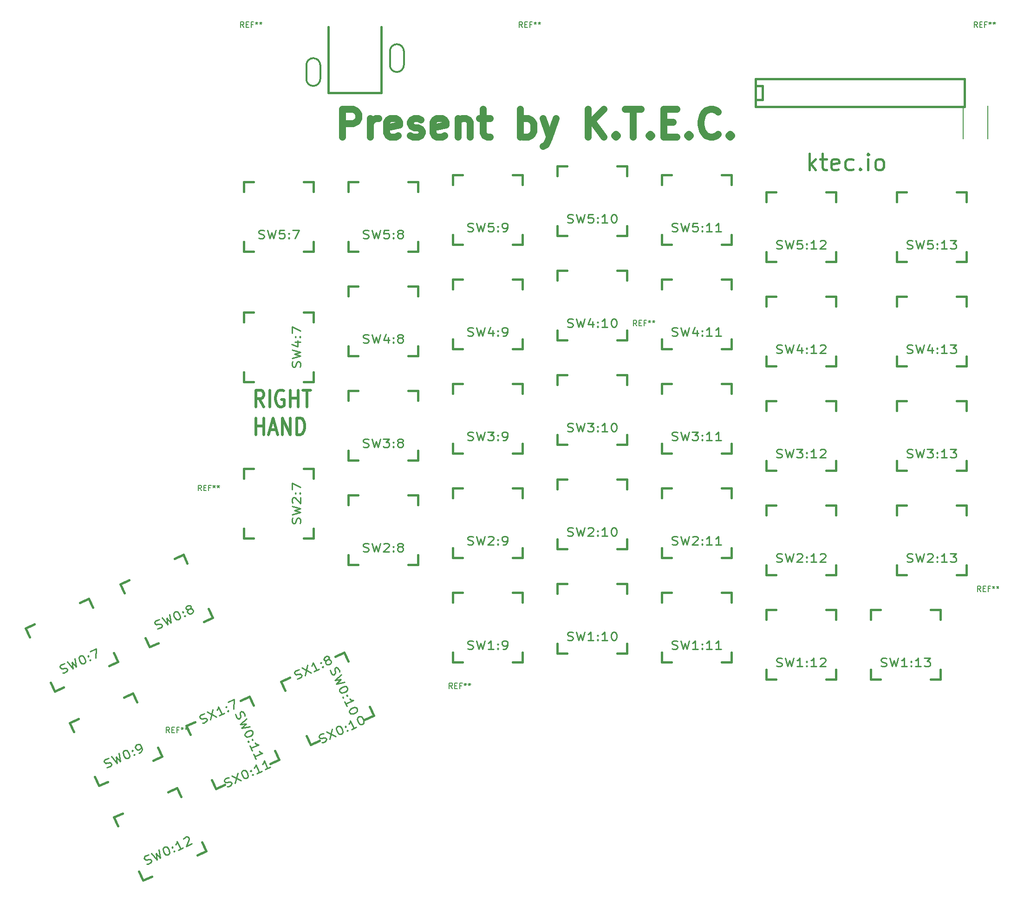
<source format=gbr>
G04 #@! TF.GenerationSoftware,KiCad,Pcbnew,(2017-04-04 revision 5dbfc0233)-makepkg*
G04 #@! TF.CreationDate,2017-04-22T22:17:14+08:00*
G04 #@! TF.ProjectId,ErgoDone,4572676F446F6E652E6B696361645F70,rev?*
G04 #@! TF.FileFunction,Legend,Top*
G04 #@! TF.FilePolarity,Positive*
%FSLAX46Y46*%
G04 Gerber Fmt 4.6, Leading zero omitted, Abs format (unit mm)*
G04 Created by KiCad (PCBNEW (2017-04-04 revision 5dbfc0233)-makepkg) date 04/22/17 22:17:14*
%MOMM*%
%LPD*%
G01*
G04 APERTURE LIST*
%ADD10C,0.150000*%
%ADD11C,0.400000*%
%ADD12C,1.270000*%
%ADD13C,0.508000*%
%ADD14C,0.300000*%
%ADD15C,0.381000*%
%ADD16C,0.254000*%
G04 APERTURE END LIST*
D10*
D11*
X169180714Y-56602142D02*
X169180714Y-53602142D01*
X169466428Y-55459285D02*
X170323571Y-56602142D01*
X170323571Y-54602142D02*
X169180714Y-55745000D01*
X171180714Y-54602142D02*
X172323571Y-54602142D01*
X171609285Y-53602142D02*
X171609285Y-56173571D01*
X171752142Y-56459285D01*
X172037857Y-56602142D01*
X172323571Y-56602142D01*
X174466428Y-56459285D02*
X174180714Y-56602142D01*
X173609285Y-56602142D01*
X173323571Y-56459285D01*
X173180714Y-56173571D01*
X173180714Y-55030714D01*
X173323571Y-54745000D01*
X173609285Y-54602142D01*
X174180714Y-54602142D01*
X174466428Y-54745000D01*
X174609285Y-55030714D01*
X174609285Y-55316428D01*
X173180714Y-55602142D01*
X177180714Y-56459285D02*
X176895000Y-56602142D01*
X176323571Y-56602142D01*
X176037857Y-56459285D01*
X175895000Y-56316428D01*
X175752142Y-56030714D01*
X175752142Y-55173571D01*
X175895000Y-54887857D01*
X176037857Y-54745000D01*
X176323571Y-54602142D01*
X176895000Y-54602142D01*
X177180714Y-54745000D01*
X178466428Y-56316428D02*
X178609285Y-56459285D01*
X178466428Y-56602142D01*
X178323571Y-56459285D01*
X178466428Y-56316428D01*
X178466428Y-56602142D01*
X179895000Y-56602142D02*
X179895000Y-54602142D01*
X179895000Y-53602142D02*
X179752142Y-53745000D01*
X179895000Y-53887857D01*
X180037857Y-53745000D01*
X179895000Y-53602142D01*
X179895000Y-53887857D01*
X181752142Y-56602142D02*
X181466428Y-56459285D01*
X181323571Y-56316428D01*
X181180714Y-56030714D01*
X181180714Y-55173571D01*
X181323571Y-54887857D01*
X181466428Y-54745000D01*
X181752142Y-54602142D01*
X182180714Y-54602142D01*
X182466428Y-54745000D01*
X182609285Y-54887857D01*
X182752142Y-55173571D01*
X182752142Y-56030714D01*
X182609285Y-56316428D01*
X182466428Y-56459285D01*
X182180714Y-56602142D01*
X181752142Y-56602142D01*
D12*
X84061904Y-50558095D02*
X84061904Y-45478095D01*
X85997142Y-45478095D01*
X86480952Y-45720000D01*
X86722857Y-45961904D01*
X86964761Y-46445714D01*
X86964761Y-47171428D01*
X86722857Y-47655238D01*
X86480952Y-47897142D01*
X85997142Y-48139047D01*
X84061904Y-48139047D01*
X89141904Y-50558095D02*
X89141904Y-47171428D01*
X89141904Y-48139047D02*
X89383809Y-47655238D01*
X89625714Y-47413333D01*
X90109523Y-47171428D01*
X90593333Y-47171428D01*
X94221904Y-50316190D02*
X93738095Y-50558095D01*
X92770476Y-50558095D01*
X92286666Y-50316190D01*
X92044761Y-49832380D01*
X92044761Y-47897142D01*
X92286666Y-47413333D01*
X92770476Y-47171428D01*
X93738095Y-47171428D01*
X94221904Y-47413333D01*
X94463809Y-47897142D01*
X94463809Y-48380952D01*
X92044761Y-48864761D01*
X96399047Y-50316190D02*
X96882857Y-50558095D01*
X97850476Y-50558095D01*
X98334285Y-50316190D01*
X98576190Y-49832380D01*
X98576190Y-49590476D01*
X98334285Y-49106666D01*
X97850476Y-48864761D01*
X97124761Y-48864761D01*
X96640952Y-48622857D01*
X96399047Y-48139047D01*
X96399047Y-47897142D01*
X96640952Y-47413333D01*
X97124761Y-47171428D01*
X97850476Y-47171428D01*
X98334285Y-47413333D01*
X102688571Y-50316190D02*
X102204761Y-50558095D01*
X101237142Y-50558095D01*
X100753333Y-50316190D01*
X100511428Y-49832380D01*
X100511428Y-47897142D01*
X100753333Y-47413333D01*
X101237142Y-47171428D01*
X102204761Y-47171428D01*
X102688571Y-47413333D01*
X102930476Y-47897142D01*
X102930476Y-48380952D01*
X100511428Y-48864761D01*
X105107619Y-47171428D02*
X105107619Y-50558095D01*
X105107619Y-47655238D02*
X105349523Y-47413333D01*
X105833333Y-47171428D01*
X106559047Y-47171428D01*
X107042857Y-47413333D01*
X107284761Y-47897142D01*
X107284761Y-50558095D01*
X108978095Y-47171428D02*
X110913333Y-47171428D01*
X109703809Y-45478095D02*
X109703809Y-49832380D01*
X109945714Y-50316190D01*
X110429523Y-50558095D01*
X110913333Y-50558095D01*
X116477142Y-50558095D02*
X116477142Y-45478095D01*
X116477142Y-47413333D02*
X116960952Y-47171428D01*
X117928571Y-47171428D01*
X118412380Y-47413333D01*
X118654285Y-47655238D01*
X118896190Y-48139047D01*
X118896190Y-49590476D01*
X118654285Y-50074285D01*
X118412380Y-50316190D01*
X117928571Y-50558095D01*
X116960952Y-50558095D01*
X116477142Y-50316190D01*
X120589523Y-47171428D02*
X121799047Y-50558095D01*
X123008571Y-47171428D02*
X121799047Y-50558095D01*
X121315238Y-51767619D01*
X121073333Y-52009523D01*
X120589523Y-52251428D01*
X128814285Y-50558095D02*
X128814285Y-45478095D01*
X131717142Y-50558095D02*
X129540000Y-47655238D01*
X131717142Y-45478095D02*
X128814285Y-48380952D01*
X133894285Y-50074285D02*
X134136190Y-50316190D01*
X133894285Y-50558095D01*
X133652380Y-50316190D01*
X133894285Y-50074285D01*
X133894285Y-50558095D01*
X135587619Y-45478095D02*
X138490476Y-45478095D01*
X137039047Y-50558095D02*
X137039047Y-45478095D01*
X140183809Y-50074285D02*
X140425714Y-50316190D01*
X140183809Y-50558095D01*
X139941904Y-50316190D01*
X140183809Y-50074285D01*
X140183809Y-50558095D01*
X142602857Y-47897142D02*
X144296190Y-47897142D01*
X145021904Y-50558095D02*
X142602857Y-50558095D01*
X142602857Y-45478095D01*
X145021904Y-45478095D01*
X147199047Y-50074285D02*
X147440952Y-50316190D01*
X147199047Y-50558095D01*
X146957142Y-50316190D01*
X147199047Y-50074285D01*
X147199047Y-50558095D01*
X152520952Y-50074285D02*
X152279047Y-50316190D01*
X151553333Y-50558095D01*
X151069523Y-50558095D01*
X150343809Y-50316190D01*
X149860000Y-49832380D01*
X149618095Y-49348571D01*
X149376190Y-48380952D01*
X149376190Y-47655238D01*
X149618095Y-46687619D01*
X149860000Y-46203809D01*
X150343809Y-45720000D01*
X151069523Y-45478095D01*
X151553333Y-45478095D01*
X152279047Y-45720000D01*
X152520952Y-45961904D01*
X154698095Y-50074285D02*
X154940000Y-50316190D01*
X154698095Y-50558095D01*
X154456190Y-50316190D01*
X154698095Y-50074285D01*
X154698095Y-50558095D01*
D13*
X69696390Y-99803857D02*
X68849723Y-98352428D01*
X68244961Y-99803857D02*
X68244961Y-96755857D01*
X69212580Y-96755857D01*
X69454485Y-96901000D01*
X69575438Y-97046142D01*
X69696390Y-97336428D01*
X69696390Y-97771857D01*
X69575438Y-98062142D01*
X69454485Y-98207285D01*
X69212580Y-98352428D01*
X68244961Y-98352428D01*
X70784961Y-99803857D02*
X70784961Y-96755857D01*
X73324961Y-96901000D02*
X73083057Y-96755857D01*
X72720200Y-96755857D01*
X72357342Y-96901000D01*
X72115438Y-97191285D01*
X71994485Y-97481571D01*
X71873533Y-98062142D01*
X71873533Y-98497571D01*
X71994485Y-99078142D01*
X72115438Y-99368428D01*
X72357342Y-99658714D01*
X72720200Y-99803857D01*
X72962104Y-99803857D01*
X73324961Y-99658714D01*
X73445914Y-99513571D01*
X73445914Y-98497571D01*
X72962104Y-98497571D01*
X74534485Y-99803857D02*
X74534485Y-96755857D01*
X74534485Y-98207285D02*
X75985914Y-98207285D01*
X75985914Y-99803857D02*
X75985914Y-96755857D01*
X76832580Y-96755857D02*
X78284009Y-96755857D01*
X77558295Y-99803857D02*
X77558295Y-96755857D01*
X68244961Y-104883857D02*
X68244961Y-101835857D01*
X68244961Y-103287285D02*
X69696390Y-103287285D01*
X69696390Y-104883857D02*
X69696390Y-101835857D01*
X70784961Y-104013000D02*
X71994485Y-104013000D01*
X70543057Y-104883857D02*
X71389723Y-101835857D01*
X72236390Y-104883857D01*
X73083057Y-104883857D02*
X73083057Y-101835857D01*
X74534485Y-104883857D01*
X74534485Y-101835857D01*
X75744009Y-104883857D02*
X75744009Y-101835857D01*
X76348771Y-101835857D01*
X76711628Y-101981000D01*
X76953533Y-102271285D01*
X77074485Y-102561571D01*
X77195438Y-103142142D01*
X77195438Y-103577571D01*
X77074485Y-104158142D01*
X76953533Y-104448428D01*
X76711628Y-104738714D01*
X76348771Y-104883857D01*
X75744009Y-104883857D01*
D14*
X77470000Y-40005000D02*
X77470000Y-37465000D01*
X80010000Y-37465000D02*
G75*
G03X78740000Y-36195000I-1270000J0D01*
G01*
X78740000Y-36195000D02*
G75*
G03X77470000Y-37465000I0J-1270000D01*
G01*
X78740000Y-41275000D02*
G75*
G03X80010000Y-40005000I0J1270000D01*
G01*
X77470000Y-40005000D02*
G75*
G03X78740000Y-41275000I1270000J0D01*
G01*
X80010000Y-40005000D02*
X80010000Y-37465000D01*
X92710000Y-37465000D02*
X92710000Y-34925000D01*
X95250000Y-37465000D02*
X95250000Y-34925000D01*
X92710000Y-34925000D02*
G75*
G02X93980000Y-33655000I1270000J0D01*
G01*
X93980000Y-33655000D02*
G75*
G02X95250000Y-34925000I0J-1270000D01*
G01*
X93980000Y-38735000D02*
G75*
G02X92710000Y-37465000I0J1270000D01*
G01*
X95250000Y-37465000D02*
G75*
G02X93980000Y-38735000I-1270000J0D01*
G01*
D15*
X91109800Y-30480000D02*
X91109800Y-42545000D01*
X91109800Y-42545000D02*
X81508600Y-42545000D01*
X81508600Y-42545000D02*
X81508600Y-30480000D01*
X66040000Y-58750200D02*
X67818000Y-58750200D01*
X76962000Y-58750200D02*
X78740000Y-58750200D01*
X78740000Y-58750200D02*
X78740000Y-60528200D01*
X78740000Y-69672200D02*
X78740000Y-71450200D01*
X78740000Y-71450200D02*
X76962000Y-71450200D01*
X67818000Y-71450200D02*
X66040000Y-71450200D01*
X66040000Y-71450200D02*
X66040000Y-69672200D01*
X66040000Y-60528200D02*
X66040000Y-58750200D01*
X66040000Y-95260160D02*
X66040000Y-93482160D01*
X66040000Y-84338160D02*
X66040000Y-82560160D01*
X66040000Y-82560160D02*
X67818000Y-82560160D01*
X76962000Y-82560160D02*
X78740000Y-82560160D01*
X78740000Y-82560160D02*
X78740000Y-84338160D01*
X78740000Y-93482160D02*
X78740000Y-95260160D01*
X78740000Y-95260160D02*
X76962000Y-95260160D01*
X67818000Y-95260160D02*
X66040000Y-95260160D01*
X66040000Y-123835160D02*
X66040000Y-122057160D01*
X66040000Y-112913160D02*
X66040000Y-111135160D01*
X66040000Y-111135160D02*
X67818000Y-111135160D01*
X76962000Y-111135160D02*
X78740000Y-111135160D01*
X78740000Y-111135160D02*
X78740000Y-112913160D01*
X78740000Y-122057160D02*
X78740000Y-123835160D01*
X78740000Y-123835160D02*
X76962000Y-123835160D01*
X67818000Y-123835160D02*
X66040000Y-123835160D01*
X180340000Y-136852660D02*
X182118000Y-136852660D01*
X191262000Y-136852660D02*
X193040000Y-136852660D01*
X193040000Y-136852660D02*
X193040000Y-138630660D01*
X193040000Y-147774660D02*
X193040000Y-149552660D01*
X193040000Y-149552660D02*
X191262000Y-149552660D01*
X182118000Y-149552660D02*
X180340000Y-149552660D01*
X180340000Y-149552660D02*
X180340000Y-147774660D01*
X180340000Y-138630660D02*
X180340000Y-136852660D01*
X85090000Y-77797660D02*
X86868000Y-77797660D01*
X96012000Y-77797660D02*
X97790000Y-77797660D01*
X97790000Y-77797660D02*
X97790000Y-79575660D01*
X97790000Y-88719660D02*
X97790000Y-90497660D01*
X97790000Y-90497660D02*
X96012000Y-90497660D01*
X86868000Y-90497660D02*
X85090000Y-90497660D01*
X85090000Y-90497660D02*
X85090000Y-88719660D01*
X85090000Y-79575660D02*
X85090000Y-77797660D01*
X34309520Y-157461652D02*
X35920935Y-156710236D01*
X44208213Y-152845815D02*
X45819628Y-152094400D01*
X45819628Y-152094400D02*
X46571044Y-153705815D01*
X50435465Y-161993093D02*
X51186880Y-163604508D01*
X51186880Y-163604508D02*
X49575465Y-164355924D01*
X41288187Y-168220345D02*
X39676772Y-168971760D01*
X39676772Y-168971760D02*
X38925356Y-167360345D01*
X35060935Y-159073067D02*
X34309520Y-157461652D01*
X42361320Y-174728572D02*
X43972735Y-173977156D01*
X52260013Y-170112735D02*
X53871428Y-169361320D01*
X53871428Y-169361320D02*
X54622844Y-170972735D01*
X58487265Y-179260013D02*
X59238680Y-180871428D01*
X59238680Y-180871428D02*
X57627265Y-181622844D01*
X49339987Y-185487265D02*
X47728572Y-186238680D01*
X47728572Y-186238680D02*
X46977156Y-184627265D01*
X43112735Y-176339987D02*
X42361320Y-174728572D01*
X26260260Y-140197272D02*
X27871675Y-139445856D01*
X36158953Y-135581435D02*
X37770368Y-134830020D01*
X37770368Y-134830020D02*
X38521784Y-136441435D01*
X42386205Y-144728713D02*
X43137620Y-146340128D01*
X43137620Y-146340128D02*
X41526205Y-147091544D01*
X33238927Y-150955965D02*
X31627512Y-151707380D01*
X31627512Y-151707380D02*
X30876096Y-150095965D01*
X27011675Y-141808687D02*
X26260260Y-140197272D01*
X43524640Y-132148012D02*
X45136055Y-131396596D01*
X53423333Y-127532175D02*
X55034748Y-126780760D01*
X55034748Y-126780760D02*
X55786164Y-128392175D01*
X59650585Y-136679453D02*
X60402000Y-138290868D01*
X60402000Y-138290868D02*
X58790585Y-139042284D01*
X50503307Y-142906705D02*
X48891892Y-143658120D01*
X48891892Y-143658120D02*
X48140476Y-142046705D01*
X44276055Y-133759427D02*
X43524640Y-132148012D01*
X161290000Y-60655200D02*
X163068000Y-60655200D01*
X172212000Y-60655200D02*
X173990000Y-60655200D01*
X173990000Y-60655200D02*
X173990000Y-62433200D01*
X173990000Y-71577200D02*
X173990000Y-73355200D01*
X173990000Y-73355200D02*
X172212000Y-73355200D01*
X163068000Y-73355200D02*
X161290000Y-73355200D01*
X161290000Y-73355200D02*
X161290000Y-71577200D01*
X161290000Y-62433200D02*
X161290000Y-60655200D01*
X142240000Y-57477660D02*
X144018000Y-57477660D01*
X153162000Y-57477660D02*
X154940000Y-57477660D01*
X154940000Y-57477660D02*
X154940000Y-59255660D01*
X154940000Y-68399660D02*
X154940000Y-70177660D01*
X154940000Y-70177660D02*
X153162000Y-70177660D01*
X144018000Y-70177660D02*
X142240000Y-70177660D01*
X142240000Y-70177660D02*
X142240000Y-68399660D01*
X142240000Y-59255660D02*
X142240000Y-57477660D01*
X123190000Y-55880000D02*
X124968000Y-55880000D01*
X134112000Y-55880000D02*
X135890000Y-55880000D01*
X135890000Y-55880000D02*
X135890000Y-57658000D01*
X135890000Y-66802000D02*
X135890000Y-68580000D01*
X135890000Y-68580000D02*
X134112000Y-68580000D01*
X124968000Y-68580000D02*
X123190000Y-68580000D01*
X123190000Y-68580000D02*
X123190000Y-66802000D01*
X123190000Y-57658000D02*
X123190000Y-55880000D01*
X104140000Y-57477660D02*
X105918000Y-57477660D01*
X115062000Y-57477660D02*
X116840000Y-57477660D01*
X116840000Y-57477660D02*
X116840000Y-59255660D01*
X116840000Y-68399660D02*
X116840000Y-70177660D01*
X116840000Y-70177660D02*
X115062000Y-70177660D01*
X105918000Y-70177660D02*
X104140000Y-70177660D01*
X104140000Y-70177660D02*
X104140000Y-68399660D01*
X104140000Y-59255660D02*
X104140000Y-57477660D01*
X142240000Y-133677660D02*
X144018000Y-133677660D01*
X153162000Y-133677660D02*
X154940000Y-133677660D01*
X154940000Y-133677660D02*
X154940000Y-135455660D01*
X154940000Y-144599660D02*
X154940000Y-146377660D01*
X154940000Y-146377660D02*
X153162000Y-146377660D01*
X144018000Y-146377660D02*
X142240000Y-146377660D01*
X142240000Y-146377660D02*
X142240000Y-144599660D01*
X142240000Y-135455660D02*
X142240000Y-133677660D01*
X161290000Y-79702660D02*
X163068000Y-79702660D01*
X172212000Y-79702660D02*
X173990000Y-79702660D01*
X173990000Y-79702660D02*
X173990000Y-81480660D01*
X173990000Y-90624660D02*
X173990000Y-92402660D01*
X173990000Y-92402660D02*
X172212000Y-92402660D01*
X163068000Y-92402660D02*
X161290000Y-92402660D01*
X161290000Y-92402660D02*
X161290000Y-90624660D01*
X161290000Y-81480660D02*
X161290000Y-79702660D01*
X123190000Y-74930000D02*
X124968000Y-74930000D01*
X134112000Y-74930000D02*
X135890000Y-74930000D01*
X135890000Y-74930000D02*
X135890000Y-76708000D01*
X135890000Y-85852000D02*
X135890000Y-87630000D01*
X135890000Y-87630000D02*
X134112000Y-87630000D01*
X124968000Y-87630000D02*
X123190000Y-87630000D01*
X123190000Y-87630000D02*
X123190000Y-85852000D01*
X123190000Y-76708000D02*
X123190000Y-74930000D01*
X104140000Y-76527660D02*
X105918000Y-76527660D01*
X115062000Y-76527660D02*
X116840000Y-76527660D01*
X116840000Y-76527660D02*
X116840000Y-78305660D01*
X116840000Y-87449660D02*
X116840000Y-89227660D01*
X116840000Y-89227660D02*
X115062000Y-89227660D01*
X105918000Y-89227660D02*
X104140000Y-89227660D01*
X104140000Y-89227660D02*
X104140000Y-87449660D01*
X104140000Y-78305660D02*
X104140000Y-76527660D01*
X161290000Y-98752660D02*
X163068000Y-98752660D01*
X172212000Y-98752660D02*
X173990000Y-98752660D01*
X173990000Y-98752660D02*
X173990000Y-100530660D01*
X173990000Y-109674660D02*
X173990000Y-111452660D01*
X173990000Y-111452660D02*
X172212000Y-111452660D01*
X163068000Y-111452660D02*
X161290000Y-111452660D01*
X161290000Y-111452660D02*
X161290000Y-109674660D01*
X161290000Y-100530660D02*
X161290000Y-98752660D01*
X142240000Y-95577660D02*
X144018000Y-95577660D01*
X153162000Y-95577660D02*
X154940000Y-95577660D01*
X154940000Y-95577660D02*
X154940000Y-97355660D01*
X154940000Y-106499660D02*
X154940000Y-108277660D01*
X154940000Y-108277660D02*
X153162000Y-108277660D01*
X144018000Y-108277660D02*
X142240000Y-108277660D01*
X142240000Y-108277660D02*
X142240000Y-106499660D01*
X142240000Y-97355660D02*
X142240000Y-95577660D01*
X123190000Y-93980000D02*
X124968000Y-93980000D01*
X134112000Y-93980000D02*
X135890000Y-93980000D01*
X135890000Y-93980000D02*
X135890000Y-95758000D01*
X135890000Y-104902000D02*
X135890000Y-106680000D01*
X135890000Y-106680000D02*
X134112000Y-106680000D01*
X124968000Y-106680000D02*
X123190000Y-106680000D01*
X123190000Y-106680000D02*
X123190000Y-104902000D01*
X123190000Y-95758000D02*
X123190000Y-93980000D01*
X104140000Y-95577660D02*
X105918000Y-95577660D01*
X115062000Y-95577660D02*
X116840000Y-95577660D01*
X116840000Y-95577660D02*
X116840000Y-97355660D01*
X116840000Y-106499660D02*
X116840000Y-108277660D01*
X116840000Y-108277660D02*
X115062000Y-108277660D01*
X105918000Y-108277660D02*
X104140000Y-108277660D01*
X104140000Y-108277660D02*
X104140000Y-106499660D01*
X104140000Y-97355660D02*
X104140000Y-95577660D01*
X85090000Y-96847660D02*
X86868000Y-96847660D01*
X96012000Y-96847660D02*
X97790000Y-96847660D01*
X97790000Y-96847660D02*
X97790000Y-98625660D01*
X97790000Y-107769660D02*
X97790000Y-109547660D01*
X97790000Y-109547660D02*
X96012000Y-109547660D01*
X86868000Y-109547660D02*
X85090000Y-109547660D01*
X85090000Y-109547660D02*
X85090000Y-107769660D01*
X85090000Y-98625660D02*
X85090000Y-96847660D01*
X161290000Y-117802660D02*
X163068000Y-117802660D01*
X172212000Y-117802660D02*
X173990000Y-117802660D01*
X173990000Y-117802660D02*
X173990000Y-119580660D01*
X173990000Y-128724660D02*
X173990000Y-130502660D01*
X173990000Y-130502660D02*
X172212000Y-130502660D01*
X163068000Y-130502660D02*
X161290000Y-130502660D01*
X161290000Y-130502660D02*
X161290000Y-128724660D01*
X161290000Y-119580660D02*
X161290000Y-117802660D01*
X142240000Y-114627660D02*
X144018000Y-114627660D01*
X153162000Y-114627660D02*
X154940000Y-114627660D01*
X154940000Y-114627660D02*
X154940000Y-116405660D01*
X154940000Y-125549660D02*
X154940000Y-127327660D01*
X154940000Y-127327660D02*
X153162000Y-127327660D01*
X144018000Y-127327660D02*
X142240000Y-127327660D01*
X142240000Y-127327660D02*
X142240000Y-125549660D01*
X142240000Y-116405660D02*
X142240000Y-114627660D01*
X123190000Y-113030000D02*
X124968000Y-113030000D01*
X134112000Y-113030000D02*
X135890000Y-113030000D01*
X135890000Y-113030000D02*
X135890000Y-114808000D01*
X135890000Y-123952000D02*
X135890000Y-125730000D01*
X135890000Y-125730000D02*
X134112000Y-125730000D01*
X124968000Y-125730000D02*
X123190000Y-125730000D01*
X123190000Y-125730000D02*
X123190000Y-123952000D01*
X123190000Y-114808000D02*
X123190000Y-113030000D01*
X104140000Y-114627660D02*
X105918000Y-114627660D01*
X115062000Y-114627660D02*
X116840000Y-114627660D01*
X116840000Y-114627660D02*
X116840000Y-116405660D01*
X116840000Y-125549660D02*
X116840000Y-127327660D01*
X116840000Y-127327660D02*
X115062000Y-127327660D01*
X105918000Y-127327660D02*
X104140000Y-127327660D01*
X104140000Y-127327660D02*
X104140000Y-125549660D01*
X104140000Y-116405660D02*
X104140000Y-114627660D01*
X85090000Y-115897660D02*
X86868000Y-115897660D01*
X96012000Y-115897660D02*
X97790000Y-115897660D01*
X97790000Y-115897660D02*
X97790000Y-117675660D01*
X97790000Y-126819660D02*
X97790000Y-128597660D01*
X97790000Y-128597660D02*
X96012000Y-128597660D01*
X86868000Y-128597660D02*
X85090000Y-128597660D01*
X85090000Y-128597660D02*
X85090000Y-126819660D01*
X85090000Y-117675660D02*
X85090000Y-115897660D01*
X161290000Y-136852660D02*
X163068000Y-136852660D01*
X172212000Y-136852660D02*
X173990000Y-136852660D01*
X173990000Y-136852660D02*
X173990000Y-138630660D01*
X173990000Y-147774660D02*
X173990000Y-149552660D01*
X173990000Y-149552660D02*
X172212000Y-149552660D01*
X163068000Y-149552660D02*
X161290000Y-149552660D01*
X161290000Y-149552660D02*
X161290000Y-147774660D01*
X161290000Y-138630660D02*
X161290000Y-136852660D01*
X123190000Y-132080000D02*
X124968000Y-132080000D01*
X134112000Y-132080000D02*
X135890000Y-132080000D01*
X135890000Y-132080000D02*
X135890000Y-133858000D01*
X135890000Y-143002000D02*
X135890000Y-144780000D01*
X135890000Y-144780000D02*
X134112000Y-144780000D01*
X124968000Y-144780000D02*
X123190000Y-144780000D01*
X123190000Y-144780000D02*
X123190000Y-143002000D01*
X123190000Y-133858000D02*
X123190000Y-132080000D01*
X104140000Y-133677660D02*
X105918000Y-133677660D01*
X115062000Y-133677660D02*
X116840000Y-133677660D01*
X116840000Y-133677660D02*
X116840000Y-135455660D01*
X116840000Y-144599660D02*
X116840000Y-146377660D01*
X116840000Y-146377660D02*
X115062000Y-146377660D01*
X105918000Y-146377660D02*
X104140000Y-146377660D01*
X104140000Y-146377660D02*
X104140000Y-144599660D01*
X104140000Y-135455660D02*
X104140000Y-133677660D01*
X78231432Y-161504160D02*
X77480016Y-159892745D01*
X73615595Y-151605467D02*
X72864180Y-149994052D01*
X72864180Y-149994052D02*
X74475595Y-149242636D01*
X82762873Y-145378215D02*
X84374288Y-144626800D01*
X84374288Y-144626800D02*
X85125704Y-146238215D01*
X88990125Y-154525493D02*
X89741540Y-156136908D01*
X89741540Y-156136908D02*
X88130125Y-156888324D01*
X79842847Y-160752745D02*
X78231432Y-161504160D01*
X60967052Y-169555960D02*
X60215636Y-167944545D01*
X56351215Y-159657267D02*
X55599800Y-158045852D01*
X55599800Y-158045852D02*
X57211215Y-157294436D01*
X65498493Y-153430015D02*
X67109908Y-152678600D01*
X67109908Y-152678600D02*
X67861324Y-154290015D01*
X71725745Y-162577293D02*
X72477160Y-164188708D01*
X72477160Y-164188708D02*
X70865745Y-164940124D01*
X62578467Y-168804545D02*
X60967052Y-169555960D01*
X142240000Y-76527660D02*
X144018000Y-76527660D01*
X153162000Y-76527660D02*
X154940000Y-76527660D01*
X154940000Y-76527660D02*
X154940000Y-78305660D01*
X154940000Y-87449660D02*
X154940000Y-89227660D01*
X154940000Y-89227660D02*
X153162000Y-89227660D01*
X144018000Y-89227660D02*
X142240000Y-89227660D01*
X142240000Y-89227660D02*
X142240000Y-87449660D01*
X142240000Y-78305660D02*
X142240000Y-76527660D01*
X85090000Y-58750200D02*
X86868000Y-58750200D01*
X96012000Y-58750200D02*
X97790000Y-58750200D01*
X97790000Y-58750200D02*
X97790000Y-60528200D01*
X97790000Y-69672200D02*
X97790000Y-71450200D01*
X97790000Y-71450200D02*
X96012000Y-71450200D01*
X86868000Y-71450200D02*
X85090000Y-71450200D01*
X85090000Y-71450200D02*
X85090000Y-69672200D01*
X85090000Y-60528200D02*
X85090000Y-58750200D01*
X159370000Y-39980000D02*
X197470000Y-39980000D01*
X197470000Y-39980000D02*
X197470000Y-45060000D01*
X197470000Y-45060000D02*
X159370000Y-45060000D01*
X159370000Y-45060000D02*
X159370000Y-39980000D01*
X159370000Y-41250000D02*
X160640000Y-41250000D01*
X160640000Y-41250000D02*
X160640000Y-43790000D01*
X160640000Y-43790000D02*
X159370000Y-43790000D01*
D10*
X201725000Y-44875000D02*
X201725000Y-50875000D01*
X197225000Y-50875000D02*
X197225000Y-44875000D01*
D15*
X185102500Y-117802660D02*
X186880500Y-117802660D01*
X196024500Y-117802660D02*
X197802500Y-117802660D01*
X197802500Y-117802660D02*
X197802500Y-119580660D01*
X197802500Y-128724660D02*
X197802500Y-130502660D01*
X197802500Y-130502660D02*
X196024500Y-130502660D01*
X186880500Y-130502660D02*
X185102500Y-130502660D01*
X185102500Y-130502660D02*
X185102500Y-128724660D01*
X185102500Y-119580660D02*
X185102500Y-117802660D01*
X185102500Y-98752660D02*
X186880500Y-98752660D01*
X196024500Y-98752660D02*
X197802500Y-98752660D01*
X197802500Y-98752660D02*
X197802500Y-100530660D01*
X197802500Y-109674660D02*
X197802500Y-111452660D01*
X197802500Y-111452660D02*
X196024500Y-111452660D01*
X186880500Y-111452660D02*
X185102500Y-111452660D01*
X185102500Y-111452660D02*
X185102500Y-109674660D01*
X185102500Y-100530660D02*
X185102500Y-98752660D01*
X185102500Y-79702660D02*
X186880500Y-79702660D01*
X196024500Y-79702660D02*
X197802500Y-79702660D01*
X197802500Y-79702660D02*
X197802500Y-81480660D01*
X197802500Y-90624660D02*
X197802500Y-92402660D01*
X197802500Y-92402660D02*
X196024500Y-92402660D01*
X186880500Y-92402660D02*
X185102500Y-92402660D01*
X185102500Y-92402660D02*
X185102500Y-90624660D01*
X185102500Y-81480660D02*
X185102500Y-79702660D01*
X185102500Y-60655200D02*
X186880500Y-60655200D01*
X196024500Y-60655200D02*
X197802500Y-60655200D01*
X197802500Y-60655200D02*
X197802500Y-62433200D01*
X197802500Y-71577200D02*
X197802500Y-73355200D01*
X197802500Y-73355200D02*
X196024500Y-73355200D01*
X186880500Y-73355200D02*
X185102500Y-73355200D01*
X185102500Y-73355200D02*
X185102500Y-71577200D01*
X185102500Y-62433200D02*
X185102500Y-60655200D01*
D10*
X137706266Y-85044780D02*
X137372933Y-84568590D01*
X137134838Y-85044780D02*
X137134838Y-84044780D01*
X137515790Y-84044780D01*
X137611028Y-84092400D01*
X137658647Y-84140019D01*
X137706266Y-84235257D01*
X137706266Y-84378114D01*
X137658647Y-84473352D01*
X137611028Y-84520971D01*
X137515790Y-84568590D01*
X137134838Y-84568590D01*
X138134838Y-84520971D02*
X138468171Y-84520971D01*
X138611028Y-85044780D02*
X138134838Y-85044780D01*
X138134838Y-84044780D01*
X138611028Y-84044780D01*
X139372933Y-84520971D02*
X139039600Y-84520971D01*
X139039600Y-85044780D02*
X139039600Y-84044780D01*
X139515790Y-84044780D01*
X140039600Y-84044780D02*
X140039600Y-84282876D01*
X139801504Y-84187638D02*
X140039600Y-84282876D01*
X140277695Y-84187638D01*
X139896742Y-84473352D02*
X140039600Y-84282876D01*
X140182457Y-84473352D01*
X140801504Y-84044780D02*
X140801504Y-84282876D01*
X140563409Y-84187638D02*
X140801504Y-84282876D01*
X141039600Y-84187638D01*
X140658647Y-84473352D02*
X140801504Y-84282876D01*
X140944361Y-84473352D01*
X200444266Y-133507980D02*
X200110933Y-133031790D01*
X199872838Y-133507980D02*
X199872838Y-132507980D01*
X200253790Y-132507980D01*
X200349028Y-132555600D01*
X200396647Y-132603219D01*
X200444266Y-132698457D01*
X200444266Y-132841314D01*
X200396647Y-132936552D01*
X200349028Y-132984171D01*
X200253790Y-133031790D01*
X199872838Y-133031790D01*
X200872838Y-132984171D02*
X201206171Y-132984171D01*
X201349028Y-133507980D02*
X200872838Y-133507980D01*
X200872838Y-132507980D01*
X201349028Y-132507980D01*
X202110933Y-132984171D02*
X201777600Y-132984171D01*
X201777600Y-133507980D02*
X201777600Y-132507980D01*
X202253790Y-132507980D01*
X202777600Y-132507980D02*
X202777600Y-132746076D01*
X202539504Y-132650838D02*
X202777600Y-132746076D01*
X203015695Y-132650838D01*
X202634742Y-132936552D02*
X202777600Y-132746076D01*
X202920457Y-132936552D01*
X203539504Y-132507980D02*
X203539504Y-132746076D01*
X203301409Y-132650838D02*
X203539504Y-132746076D01*
X203777600Y-132650838D01*
X203396647Y-132936552D02*
X203539504Y-132746076D01*
X203682361Y-132936552D01*
X52514666Y-159288980D02*
X52181333Y-158812790D01*
X51943238Y-159288980D02*
X51943238Y-158288980D01*
X52324190Y-158288980D01*
X52419428Y-158336600D01*
X52467047Y-158384219D01*
X52514666Y-158479457D01*
X52514666Y-158622314D01*
X52467047Y-158717552D01*
X52419428Y-158765171D01*
X52324190Y-158812790D01*
X51943238Y-158812790D01*
X52943238Y-158765171D02*
X53276571Y-158765171D01*
X53419428Y-159288980D02*
X52943238Y-159288980D01*
X52943238Y-158288980D01*
X53419428Y-158288980D01*
X54181333Y-158765171D02*
X53848000Y-158765171D01*
X53848000Y-159288980D02*
X53848000Y-158288980D01*
X54324190Y-158288980D01*
X54848000Y-158288980D02*
X54848000Y-158527076D01*
X54609904Y-158431838D02*
X54848000Y-158527076D01*
X55086095Y-158431838D01*
X54705142Y-158717552D02*
X54848000Y-158527076D01*
X54990857Y-158717552D01*
X55609904Y-158288980D02*
X55609904Y-158527076D01*
X55371809Y-158431838D02*
X55609904Y-158527076D01*
X55848000Y-158431838D01*
X55467047Y-158717552D02*
X55609904Y-158527076D01*
X55752761Y-158717552D01*
X58331266Y-115118380D02*
X57997933Y-114642190D01*
X57759838Y-115118380D02*
X57759838Y-114118380D01*
X58140790Y-114118380D01*
X58236028Y-114166000D01*
X58283647Y-114213619D01*
X58331266Y-114308857D01*
X58331266Y-114451714D01*
X58283647Y-114546952D01*
X58236028Y-114594571D01*
X58140790Y-114642190D01*
X57759838Y-114642190D01*
X58759838Y-114594571D02*
X59093171Y-114594571D01*
X59236028Y-115118380D02*
X58759838Y-115118380D01*
X58759838Y-114118380D01*
X59236028Y-114118380D01*
X59997933Y-114594571D02*
X59664600Y-114594571D01*
X59664600Y-115118380D02*
X59664600Y-114118380D01*
X60140790Y-114118380D01*
X60664600Y-114118380D02*
X60664600Y-114356476D01*
X60426504Y-114261238D02*
X60664600Y-114356476D01*
X60902695Y-114261238D01*
X60521742Y-114546952D02*
X60664600Y-114356476D01*
X60807457Y-114546952D01*
X61426504Y-114118380D02*
X61426504Y-114356476D01*
X61188409Y-114261238D02*
X61426504Y-114356476D01*
X61664600Y-114261238D01*
X61283647Y-114546952D02*
X61426504Y-114356476D01*
X61569361Y-114546952D01*
X104102066Y-151211780D02*
X103768733Y-150735590D01*
X103530638Y-151211780D02*
X103530638Y-150211780D01*
X103911590Y-150211780D01*
X104006828Y-150259400D01*
X104054447Y-150307019D01*
X104102066Y-150402257D01*
X104102066Y-150545114D01*
X104054447Y-150640352D01*
X104006828Y-150687971D01*
X103911590Y-150735590D01*
X103530638Y-150735590D01*
X104530638Y-150687971D02*
X104863971Y-150687971D01*
X105006828Y-151211780D02*
X104530638Y-151211780D01*
X104530638Y-150211780D01*
X105006828Y-150211780D01*
X105768733Y-150687971D02*
X105435400Y-150687971D01*
X105435400Y-151211780D02*
X105435400Y-150211780D01*
X105911590Y-150211780D01*
X106435400Y-150211780D02*
X106435400Y-150449876D01*
X106197304Y-150354638D02*
X106435400Y-150449876D01*
X106673495Y-150354638D01*
X106292542Y-150640352D02*
X106435400Y-150449876D01*
X106578257Y-150640352D01*
X107197304Y-150211780D02*
X107197304Y-150449876D01*
X106959209Y-150354638D02*
X107197304Y-150449876D01*
X107435400Y-150354638D01*
X107054447Y-150640352D02*
X107197304Y-150449876D01*
X107340161Y-150640352D01*
X199809266Y-30587180D02*
X199475933Y-30110990D01*
X199237838Y-30587180D02*
X199237838Y-29587180D01*
X199618790Y-29587180D01*
X199714028Y-29634800D01*
X199761647Y-29682419D01*
X199809266Y-29777657D01*
X199809266Y-29920514D01*
X199761647Y-30015752D01*
X199714028Y-30063371D01*
X199618790Y-30110990D01*
X199237838Y-30110990D01*
X200237838Y-30063371D02*
X200571171Y-30063371D01*
X200714028Y-30587180D02*
X200237838Y-30587180D01*
X200237838Y-29587180D01*
X200714028Y-29587180D01*
X201475933Y-30063371D02*
X201142600Y-30063371D01*
X201142600Y-30587180D02*
X201142600Y-29587180D01*
X201618790Y-29587180D01*
X202142600Y-29587180D02*
X202142600Y-29825276D01*
X201904504Y-29730038D02*
X202142600Y-29825276D01*
X202380695Y-29730038D01*
X201999742Y-30015752D02*
X202142600Y-29825276D01*
X202285457Y-30015752D01*
X202904504Y-29587180D02*
X202904504Y-29825276D01*
X202666409Y-29730038D02*
X202904504Y-29825276D01*
X203142600Y-29730038D01*
X202761647Y-30015752D02*
X202904504Y-29825276D01*
X203047361Y-30015752D01*
X116878266Y-30587180D02*
X116544933Y-30110990D01*
X116306838Y-30587180D02*
X116306838Y-29587180D01*
X116687790Y-29587180D01*
X116783028Y-29634800D01*
X116830647Y-29682419D01*
X116878266Y-29777657D01*
X116878266Y-29920514D01*
X116830647Y-30015752D01*
X116783028Y-30063371D01*
X116687790Y-30110990D01*
X116306838Y-30110990D01*
X117306838Y-30063371D02*
X117640171Y-30063371D01*
X117783028Y-30587180D02*
X117306838Y-30587180D01*
X117306838Y-29587180D01*
X117783028Y-29587180D01*
X118544933Y-30063371D02*
X118211600Y-30063371D01*
X118211600Y-30587180D02*
X118211600Y-29587180D01*
X118687790Y-29587180D01*
X119211600Y-29587180D02*
X119211600Y-29825276D01*
X118973504Y-29730038D02*
X119211600Y-29825276D01*
X119449695Y-29730038D01*
X119068742Y-30015752D02*
X119211600Y-29825276D01*
X119354457Y-30015752D01*
X119973504Y-29587180D02*
X119973504Y-29825276D01*
X119735409Y-29730038D02*
X119973504Y-29825276D01*
X120211600Y-29730038D01*
X119830647Y-30015752D02*
X119973504Y-29825276D01*
X120116361Y-30015752D01*
X66078266Y-30587180D02*
X65744933Y-30110990D01*
X65506838Y-30587180D02*
X65506838Y-29587180D01*
X65887790Y-29587180D01*
X65983028Y-29634800D01*
X66030647Y-29682419D01*
X66078266Y-29777657D01*
X66078266Y-29920514D01*
X66030647Y-30015752D01*
X65983028Y-30063371D01*
X65887790Y-30110990D01*
X65506838Y-30110990D01*
X66506838Y-30063371D02*
X66840171Y-30063371D01*
X66983028Y-30587180D02*
X66506838Y-30587180D01*
X66506838Y-29587180D01*
X66983028Y-29587180D01*
X67744933Y-30063371D02*
X67411600Y-30063371D01*
X67411600Y-30587180D02*
X67411600Y-29587180D01*
X67887790Y-29587180D01*
X68411600Y-29587180D02*
X68411600Y-29825276D01*
X68173504Y-29730038D02*
X68411600Y-29825276D01*
X68649695Y-29730038D01*
X68268742Y-30015752D02*
X68411600Y-29825276D01*
X68554457Y-30015752D01*
X69173504Y-29587180D02*
X69173504Y-29825276D01*
X68935409Y-29730038D02*
X69173504Y-29825276D01*
X69411600Y-29730038D01*
X69030647Y-30015752D02*
X69173504Y-29825276D01*
X69316361Y-30015752D01*
D16*
X75789584Y-149450759D02*
X76050456Y-149409186D01*
X76434127Y-149230277D01*
X76556925Y-149092942D01*
X76602989Y-148991388D01*
X76618383Y-148824062D01*
X76557043Y-148692518D01*
X76418969Y-148596756D01*
X76311565Y-148566766D01*
X76127427Y-148572557D01*
X75789820Y-148649912D01*
X75605682Y-148655703D01*
X75498278Y-148625713D01*
X75360204Y-148529950D01*
X75298864Y-148398406D01*
X75314258Y-148231080D01*
X75360322Y-148129526D01*
X75483120Y-147992191D01*
X75866790Y-147813283D01*
X76127663Y-147771710D01*
X76634131Y-147455466D02*
X78352478Y-148335735D01*
X77708408Y-146954522D02*
X77278201Y-148836679D01*
X79810425Y-147655884D02*
X78889617Y-148085264D01*
X79350021Y-147870574D02*
X78705951Y-146489361D01*
X78644493Y-146758240D01*
X78552364Y-146961347D01*
X78429566Y-147098683D01*
X80439692Y-147202304D02*
X80547096Y-147232295D01*
X80501032Y-147333848D01*
X80393628Y-147303858D01*
X80439692Y-147202304D01*
X80501032Y-147333848D01*
X80102322Y-146478812D02*
X80209726Y-146508802D01*
X80163662Y-146610356D01*
X80056258Y-146580365D01*
X80102322Y-146478812D01*
X80163662Y-146610356D01*
X81130534Y-146079422D02*
X80946396Y-146085213D01*
X80838992Y-146055223D01*
X80700918Y-145959460D01*
X80670248Y-145893688D01*
X80685642Y-145726363D01*
X80731706Y-145624809D01*
X80854504Y-145487473D01*
X81161441Y-145344347D01*
X81345579Y-145338555D01*
X81452983Y-145368546D01*
X81591057Y-145464308D01*
X81621727Y-145530080D01*
X81606333Y-145697406D01*
X81560269Y-145798960D01*
X81437471Y-145936295D01*
X81130534Y-146079422D01*
X81007736Y-146216757D01*
X80961672Y-146318311D01*
X80946278Y-146485637D01*
X81068958Y-146748725D01*
X81207032Y-146844487D01*
X81314436Y-146874478D01*
X81498575Y-146868687D01*
X81805511Y-146725560D01*
X81928309Y-146588224D01*
X81974373Y-146486671D01*
X81989767Y-146319345D01*
X81867087Y-146056257D01*
X81729013Y-145960494D01*
X81621609Y-145930504D01*
X81437471Y-145936295D01*
X58525204Y-157502559D02*
X58786076Y-157460986D01*
X59169747Y-157282077D01*
X59292545Y-157144742D01*
X59338609Y-157043188D01*
X59354003Y-156875862D01*
X59292663Y-156744318D01*
X59154589Y-156648556D01*
X59047185Y-156618566D01*
X58863047Y-156624357D01*
X58525440Y-156701712D01*
X58341302Y-156707503D01*
X58233898Y-156677513D01*
X58095824Y-156581750D01*
X58034484Y-156450206D01*
X58049878Y-156282880D01*
X58095942Y-156181326D01*
X58218740Y-156043991D01*
X58602410Y-155865083D01*
X58863283Y-155823510D01*
X59369751Y-155507266D02*
X61088098Y-156387535D01*
X60444028Y-155006322D02*
X60013821Y-156888479D01*
X62546045Y-155707684D02*
X61625237Y-156137064D01*
X62085641Y-155922374D02*
X61441571Y-154541161D01*
X61380113Y-154810040D01*
X61287984Y-155013147D01*
X61165186Y-155150483D01*
X63175312Y-155254104D02*
X63282716Y-155284095D01*
X63236652Y-155385648D01*
X63129248Y-155355658D01*
X63175312Y-155254104D01*
X63236652Y-155385648D01*
X62837942Y-154530612D02*
X62945346Y-154560602D01*
X62899282Y-154662156D01*
X62791878Y-154632165D01*
X62837942Y-154530612D01*
X62899282Y-154662156D01*
X63206454Y-153718182D02*
X64280731Y-153217238D01*
X64234195Y-154920487D01*
X80283072Y-161090240D02*
X80543944Y-161048667D01*
X80927614Y-160869758D01*
X81050412Y-160732423D01*
X81096476Y-160630869D01*
X81111870Y-160463543D01*
X81050530Y-160331999D01*
X80912456Y-160236237D01*
X80805052Y-160206246D01*
X80620914Y-160212038D01*
X80283308Y-160289392D01*
X80099170Y-160295184D01*
X79991765Y-160265193D01*
X79853691Y-160169431D01*
X79792351Y-160037887D01*
X79807745Y-159870561D01*
X79853809Y-159769007D01*
X79976608Y-159631672D01*
X80360278Y-159452763D01*
X80621150Y-159411190D01*
X81127618Y-159094947D02*
X82845966Y-159975216D01*
X82201895Y-158594003D02*
X81771689Y-160476160D01*
X83122704Y-158164623D02*
X83276172Y-158093060D01*
X83460310Y-158087268D01*
X83567714Y-158117259D01*
X83705788Y-158213021D01*
X83905203Y-158440328D01*
X84058553Y-158769188D01*
X84104499Y-159068058D01*
X84089105Y-159235384D01*
X84043040Y-159336937D01*
X83920242Y-159474273D01*
X83766774Y-159545836D01*
X83582636Y-159551627D01*
X83475232Y-159521637D01*
X83337158Y-159425875D01*
X83137744Y-159198568D01*
X82984394Y-158869708D01*
X82938448Y-158570838D01*
X82953842Y-158403512D01*
X82999906Y-158301958D01*
X83122704Y-158164623D01*
X84933179Y-158841785D02*
X85040583Y-158871775D01*
X84994519Y-158973329D01*
X84887115Y-158943339D01*
X84933179Y-158841785D01*
X84994519Y-158973329D01*
X84595809Y-158118293D02*
X84703213Y-158148283D01*
X84657149Y-158249837D01*
X84549745Y-158219846D01*
X84595809Y-158118293D01*
X84657149Y-158249837D01*
X86605934Y-158221914D02*
X85685126Y-158651294D01*
X86145530Y-158436604D02*
X85501460Y-157055391D01*
X85440002Y-157324270D01*
X85347874Y-157527378D01*
X85225076Y-157664713D01*
X86959407Y-156375539D02*
X87112875Y-156303976D01*
X87297013Y-156298184D01*
X87404417Y-156328175D01*
X87542491Y-156423937D01*
X87741905Y-156651244D01*
X87895256Y-156980104D01*
X87941202Y-157278974D01*
X87925807Y-157446300D01*
X87879743Y-157547853D01*
X87756945Y-157685189D01*
X87603477Y-157756752D01*
X87419339Y-157762543D01*
X87311935Y-157732553D01*
X87173861Y-157636791D01*
X86974447Y-157409484D01*
X86821097Y-157080624D01*
X86775151Y-156781754D01*
X86790545Y-156614428D01*
X86836609Y-156512874D01*
X86959407Y-156375539D01*
X63016152Y-169139500D02*
X63277024Y-169097927D01*
X63660694Y-168919018D01*
X63783492Y-168781683D01*
X63829556Y-168680129D01*
X63844950Y-168512803D01*
X63783610Y-168381259D01*
X63645536Y-168285497D01*
X63538132Y-168255506D01*
X63353994Y-168261298D01*
X63016388Y-168338652D01*
X62832250Y-168344444D01*
X62724845Y-168314453D01*
X62586771Y-168218691D01*
X62525431Y-168087147D01*
X62540825Y-167919821D01*
X62586889Y-167818267D01*
X62709688Y-167680932D01*
X63093358Y-167502023D01*
X63354230Y-167460450D01*
X63860698Y-167144207D02*
X65579046Y-168024476D01*
X64934975Y-166643263D02*
X64504769Y-168525420D01*
X65855784Y-166213883D02*
X66009252Y-166142320D01*
X66193390Y-166136528D01*
X66300794Y-166166519D01*
X66438868Y-166262281D01*
X66638283Y-166489588D01*
X66791633Y-166818448D01*
X66837579Y-167117318D01*
X66822185Y-167284644D01*
X66776120Y-167386197D01*
X66653322Y-167523533D01*
X66499854Y-167595096D01*
X66315716Y-167600887D01*
X66208312Y-167570897D01*
X66070238Y-167475135D01*
X65870824Y-167247828D01*
X65717474Y-166918968D01*
X65671528Y-166620098D01*
X65686922Y-166452772D01*
X65732986Y-166351218D01*
X65855784Y-166213883D01*
X67666259Y-166891045D02*
X67773663Y-166921035D01*
X67727599Y-167022589D01*
X67620195Y-166992599D01*
X67666259Y-166891045D01*
X67727599Y-167022589D01*
X67328889Y-166167553D02*
X67436293Y-166197543D01*
X67390229Y-166299097D01*
X67282825Y-166269106D01*
X67328889Y-166167553D01*
X67390229Y-166299097D01*
X69339014Y-166271174D02*
X68418206Y-166700554D01*
X68878610Y-166485864D02*
X68234540Y-165104651D01*
X68173082Y-165373530D01*
X68080954Y-165576638D01*
X67958156Y-165713973D01*
X70873696Y-165555540D02*
X69952887Y-165984920D01*
X70413291Y-165770230D02*
X69769221Y-164389017D01*
X69707763Y-164657897D01*
X69615635Y-164861004D01*
X69492837Y-164998340D01*
X68749333Y-69019057D02*
X69003333Y-69091628D01*
X69426666Y-69091628D01*
X69596000Y-69019057D01*
X69680666Y-68946485D01*
X69765333Y-68801342D01*
X69765333Y-68656200D01*
X69680666Y-68511057D01*
X69596000Y-68438485D01*
X69426666Y-68365914D01*
X69088000Y-68293342D01*
X68918666Y-68220771D01*
X68834000Y-68148200D01*
X68749333Y-68003057D01*
X68749333Y-67857914D01*
X68834000Y-67712771D01*
X68918666Y-67640200D01*
X69088000Y-67567628D01*
X69511333Y-67567628D01*
X69765333Y-67640200D01*
X70358000Y-67567628D02*
X70781333Y-69091628D01*
X71120000Y-68003057D01*
X71458666Y-69091628D01*
X71882000Y-67567628D01*
X73406000Y-67567628D02*
X72559333Y-67567628D01*
X72474666Y-68293342D01*
X72559333Y-68220771D01*
X72728666Y-68148200D01*
X73152000Y-68148200D01*
X73321333Y-68220771D01*
X73406000Y-68293342D01*
X73490666Y-68438485D01*
X73490666Y-68801342D01*
X73406000Y-68946485D01*
X73321333Y-69019057D01*
X73152000Y-69091628D01*
X72728666Y-69091628D01*
X72559333Y-69019057D01*
X72474666Y-68946485D01*
X74252666Y-68946485D02*
X74337333Y-69019057D01*
X74252666Y-69091628D01*
X74168000Y-69019057D01*
X74252666Y-68946485D01*
X74252666Y-69091628D01*
X74252666Y-68148200D02*
X74337333Y-68220771D01*
X74252666Y-68293342D01*
X74168000Y-68220771D01*
X74252666Y-68148200D01*
X74252666Y-68293342D01*
X74930000Y-67567628D02*
X76115333Y-67567628D01*
X75353333Y-69091628D01*
X76308857Y-92550826D02*
X76381428Y-92296826D01*
X76381428Y-91873493D01*
X76308857Y-91704160D01*
X76236285Y-91619493D01*
X76091142Y-91534826D01*
X75946000Y-91534826D01*
X75800857Y-91619493D01*
X75728285Y-91704160D01*
X75655714Y-91873493D01*
X75583142Y-92212160D01*
X75510571Y-92381493D01*
X75438000Y-92466160D01*
X75292857Y-92550826D01*
X75147714Y-92550826D01*
X75002571Y-92466160D01*
X74930000Y-92381493D01*
X74857428Y-92212160D01*
X74857428Y-91788826D01*
X74930000Y-91534826D01*
X74857428Y-90942160D02*
X76381428Y-90518826D01*
X75292857Y-90180160D01*
X76381428Y-89841493D01*
X74857428Y-89418160D01*
X75365428Y-87978826D02*
X76381428Y-87978826D01*
X74784857Y-88402160D02*
X75873428Y-88825493D01*
X75873428Y-87724826D01*
X76236285Y-87047493D02*
X76308857Y-86962826D01*
X76381428Y-87047493D01*
X76308857Y-87132160D01*
X76236285Y-87047493D01*
X76381428Y-87047493D01*
X75438000Y-87047493D02*
X75510571Y-86962826D01*
X75583142Y-87047493D01*
X75510571Y-87132160D01*
X75438000Y-87047493D01*
X75583142Y-87047493D01*
X74857428Y-86370160D02*
X74857428Y-85184826D01*
X76381428Y-85946826D01*
X76308857Y-121125826D02*
X76381428Y-120871826D01*
X76381428Y-120448493D01*
X76308857Y-120279160D01*
X76236285Y-120194493D01*
X76091142Y-120109826D01*
X75946000Y-120109826D01*
X75800857Y-120194493D01*
X75728285Y-120279160D01*
X75655714Y-120448493D01*
X75583142Y-120787160D01*
X75510571Y-120956493D01*
X75438000Y-121041160D01*
X75292857Y-121125826D01*
X75147714Y-121125826D01*
X75002571Y-121041160D01*
X74930000Y-120956493D01*
X74857428Y-120787160D01*
X74857428Y-120363826D01*
X74930000Y-120109826D01*
X74857428Y-119517160D02*
X76381428Y-119093826D01*
X75292857Y-118755160D01*
X76381428Y-118416493D01*
X74857428Y-117993160D01*
X75002571Y-117400493D02*
X74930000Y-117315826D01*
X74857428Y-117146493D01*
X74857428Y-116723160D01*
X74930000Y-116553826D01*
X75002571Y-116469160D01*
X75147714Y-116384493D01*
X75292857Y-116384493D01*
X75510571Y-116469160D01*
X76381428Y-117485160D01*
X76381428Y-116384493D01*
X76236285Y-115622493D02*
X76308857Y-115537826D01*
X76381428Y-115622493D01*
X76308857Y-115707160D01*
X76236285Y-115622493D01*
X76381428Y-115622493D01*
X75438000Y-115622493D02*
X75510571Y-115537826D01*
X75583142Y-115622493D01*
X75510571Y-115707160D01*
X75438000Y-115622493D01*
X75583142Y-115622493D01*
X74857428Y-114945160D02*
X74857428Y-113759826D01*
X76381428Y-114521826D01*
X182202666Y-147121517D02*
X182456666Y-147194088D01*
X182880000Y-147194088D01*
X183049333Y-147121517D01*
X183134000Y-147048945D01*
X183218666Y-146903802D01*
X183218666Y-146758660D01*
X183134000Y-146613517D01*
X183049333Y-146540945D01*
X182880000Y-146468374D01*
X182541333Y-146395802D01*
X182372000Y-146323231D01*
X182287333Y-146250660D01*
X182202666Y-146105517D01*
X182202666Y-145960374D01*
X182287333Y-145815231D01*
X182372000Y-145742660D01*
X182541333Y-145670088D01*
X182964666Y-145670088D01*
X183218666Y-145742660D01*
X183811333Y-145670088D02*
X184234666Y-147194088D01*
X184573333Y-146105517D01*
X184912000Y-147194088D01*
X185335333Y-145670088D01*
X186944000Y-147194088D02*
X185928000Y-147194088D01*
X186436000Y-147194088D02*
X186436000Y-145670088D01*
X186266666Y-145887802D01*
X186097333Y-146032945D01*
X185928000Y-146105517D01*
X187706000Y-147048945D02*
X187790666Y-147121517D01*
X187706000Y-147194088D01*
X187621333Y-147121517D01*
X187706000Y-147048945D01*
X187706000Y-147194088D01*
X187706000Y-146250660D02*
X187790666Y-146323231D01*
X187706000Y-146395802D01*
X187621333Y-146323231D01*
X187706000Y-146250660D01*
X187706000Y-146395802D01*
X189484000Y-147194088D02*
X188468000Y-147194088D01*
X188976000Y-147194088D02*
X188976000Y-145670088D01*
X188806666Y-145887802D01*
X188637333Y-146032945D01*
X188468000Y-146105517D01*
X190076666Y-145670088D02*
X191177333Y-145670088D01*
X190584666Y-146250660D01*
X190838666Y-146250660D01*
X191008000Y-146323231D01*
X191092666Y-146395802D01*
X191177333Y-146540945D01*
X191177333Y-146903802D01*
X191092666Y-147048945D01*
X191008000Y-147121517D01*
X190838666Y-147194088D01*
X190330666Y-147194088D01*
X190161333Y-147121517D01*
X190076666Y-147048945D01*
X87799333Y-88066517D02*
X88053333Y-88139088D01*
X88476666Y-88139088D01*
X88646000Y-88066517D01*
X88730666Y-87993945D01*
X88815333Y-87848802D01*
X88815333Y-87703660D01*
X88730666Y-87558517D01*
X88646000Y-87485945D01*
X88476666Y-87413374D01*
X88138000Y-87340802D01*
X87968666Y-87268231D01*
X87884000Y-87195660D01*
X87799333Y-87050517D01*
X87799333Y-86905374D01*
X87884000Y-86760231D01*
X87968666Y-86687660D01*
X88138000Y-86615088D01*
X88561333Y-86615088D01*
X88815333Y-86687660D01*
X89408000Y-86615088D02*
X89831333Y-88139088D01*
X90170000Y-87050517D01*
X90508666Y-88139088D01*
X90932000Y-86615088D01*
X92371333Y-87123088D02*
X92371333Y-88139088D01*
X91948000Y-86542517D02*
X91524666Y-87631088D01*
X92625333Y-87631088D01*
X93302666Y-87993945D02*
X93387333Y-88066517D01*
X93302666Y-88139088D01*
X93218000Y-88066517D01*
X93302666Y-87993945D01*
X93302666Y-88139088D01*
X93302666Y-87195660D02*
X93387333Y-87268231D01*
X93302666Y-87340802D01*
X93218000Y-87268231D01*
X93302666Y-87195660D01*
X93302666Y-87340802D01*
X94403333Y-87268231D02*
X94234000Y-87195660D01*
X94149333Y-87123088D01*
X94064666Y-86977945D01*
X94064666Y-86905374D01*
X94149333Y-86760231D01*
X94234000Y-86687660D01*
X94403333Y-86615088D01*
X94742000Y-86615088D01*
X94911333Y-86687660D01*
X94996000Y-86760231D01*
X95080666Y-86905374D01*
X95080666Y-86977945D01*
X94996000Y-87123088D01*
X94911333Y-87195660D01*
X94742000Y-87268231D01*
X94403333Y-87268231D01*
X94234000Y-87340802D01*
X94149333Y-87413374D01*
X94064666Y-87558517D01*
X94064666Y-87848802D01*
X94149333Y-87993945D01*
X94234000Y-88066517D01*
X94403333Y-88139088D01*
X94742000Y-88139088D01*
X94911333Y-88066517D01*
X94996000Y-87993945D01*
X95080666Y-87848802D01*
X95080666Y-87558517D01*
X94996000Y-87413374D01*
X94911333Y-87340802D01*
X94742000Y-87268231D01*
X41104816Y-165623382D02*
X41365688Y-165581809D01*
X41749359Y-165402901D01*
X41872157Y-165265565D01*
X41918221Y-165164012D01*
X41933615Y-164996686D01*
X41872275Y-164865142D01*
X41734201Y-164769379D01*
X41626797Y-164739389D01*
X41442658Y-164745180D01*
X41105052Y-164822535D01*
X40920914Y-164828326D01*
X40813510Y-164798336D01*
X40675436Y-164702573D01*
X40614096Y-164571029D01*
X40629490Y-164403704D01*
X40675554Y-164302150D01*
X40798352Y-164164814D01*
X41182022Y-163985906D01*
X41442895Y-163944333D01*
X41949363Y-163628089D02*
X42977103Y-164830394D01*
X42823990Y-163700686D01*
X43590976Y-164544140D01*
X43330576Y-162984019D01*
X44251385Y-162554639D02*
X44404853Y-162483075D01*
X44588991Y-162477284D01*
X44696395Y-162507275D01*
X44834469Y-162603037D01*
X45033883Y-162830343D01*
X45187233Y-163159204D01*
X45233179Y-163458074D01*
X45217785Y-163625399D01*
X45171721Y-163726953D01*
X45048923Y-163864289D01*
X44895455Y-163935852D01*
X44711317Y-163941643D01*
X44603913Y-163911653D01*
X44465839Y-163815890D01*
X44266425Y-163588584D01*
X44113075Y-163259724D01*
X44067129Y-162960854D01*
X44082523Y-162793528D01*
X44128587Y-162691974D01*
X44251385Y-162554639D01*
X46061860Y-163231801D02*
X46169264Y-163261791D01*
X46123200Y-163363345D01*
X46015796Y-163333355D01*
X46061860Y-163231801D01*
X46123200Y-163363345D01*
X45724490Y-162508308D02*
X45831894Y-162538299D01*
X45785830Y-162639852D01*
X45678426Y-162609862D01*
X45724490Y-162508308D01*
X45785830Y-162639852D01*
X46967275Y-162969747D02*
X47274211Y-162826620D01*
X47397009Y-162689284D01*
X47443073Y-162587731D01*
X47504531Y-162318851D01*
X47458585Y-162019981D01*
X47213225Y-161493805D01*
X47075151Y-161398042D01*
X46967747Y-161368052D01*
X46783609Y-161373843D01*
X46476672Y-161516970D01*
X46353874Y-161654306D01*
X46307810Y-161755859D01*
X46292416Y-161923185D01*
X46445766Y-162252045D01*
X46583840Y-162347808D01*
X46691244Y-162377798D01*
X46875383Y-162372007D01*
X47182319Y-162228880D01*
X47305117Y-162091545D01*
X47351181Y-161989991D01*
X47366575Y-161822665D01*
X48389275Y-183248119D02*
X48650148Y-183206546D01*
X49033818Y-183027638D01*
X49156616Y-182890302D01*
X49202680Y-182788748D01*
X49218074Y-182621423D01*
X49156734Y-182489879D01*
X49018660Y-182394116D01*
X48911256Y-182364126D01*
X48727118Y-182369917D01*
X48389512Y-182447272D01*
X48205373Y-182453063D01*
X48097969Y-182423073D01*
X47959895Y-182327310D01*
X47898555Y-182195766D01*
X47913949Y-182028440D01*
X47960013Y-181926887D01*
X48082811Y-181789551D01*
X48466482Y-181610643D01*
X48727354Y-181569070D01*
X49233822Y-181252826D02*
X50261563Y-182455131D01*
X50108449Y-181325423D01*
X50875435Y-182168877D01*
X50615035Y-180608756D01*
X51535844Y-180179376D02*
X51689312Y-180107812D01*
X51873450Y-180102021D01*
X51980854Y-180132011D01*
X52118929Y-180227774D01*
X52318343Y-180455080D01*
X52471693Y-180783941D01*
X52517639Y-181082810D01*
X52502245Y-181250136D01*
X52456181Y-181351690D01*
X52333382Y-181489025D01*
X52179914Y-181560589D01*
X51995776Y-181566380D01*
X51888372Y-181536390D01*
X51750298Y-181440627D01*
X51550884Y-181213321D01*
X51397534Y-180884460D01*
X51351588Y-180585591D01*
X51366982Y-180418265D01*
X51413046Y-180316711D01*
X51535844Y-180179376D01*
X53346319Y-180856538D02*
X53453723Y-180886528D01*
X53407659Y-180988082D01*
X53300255Y-180958091D01*
X53346319Y-180856538D01*
X53407659Y-180988082D01*
X53008949Y-180133045D02*
X53116353Y-180163036D01*
X53070289Y-180264589D01*
X52962885Y-180234599D01*
X53008949Y-180133045D01*
X53070289Y-180264589D01*
X55019075Y-180236667D02*
X54098266Y-180666047D01*
X54558670Y-180451357D02*
X53914600Y-179070144D01*
X53853142Y-179339023D01*
X53761014Y-179542131D01*
X53638216Y-179679466D01*
X55050217Y-178700744D02*
X55096281Y-178599190D01*
X55219079Y-178461855D01*
X55602749Y-178282947D01*
X55786887Y-178277155D01*
X55894291Y-178307146D01*
X56032366Y-178402908D01*
X56093706Y-178534452D01*
X56108982Y-178767550D01*
X55556213Y-179986195D01*
X56553756Y-179521033D01*
X33055556Y-148359002D02*
X33316428Y-148317429D01*
X33700099Y-148138521D01*
X33822897Y-148001185D01*
X33868961Y-147899632D01*
X33884355Y-147732306D01*
X33823015Y-147600762D01*
X33684941Y-147504999D01*
X33577537Y-147475009D01*
X33393398Y-147480800D01*
X33055792Y-147558155D01*
X32871654Y-147563946D01*
X32764250Y-147533956D01*
X32626176Y-147438193D01*
X32564836Y-147306649D01*
X32580230Y-147139324D01*
X32626294Y-147037770D01*
X32749092Y-146900434D01*
X33132762Y-146721526D01*
X33393635Y-146679953D01*
X33900103Y-146363709D02*
X34927843Y-147566014D01*
X34774730Y-146436306D01*
X35541716Y-147279760D01*
X35281316Y-145719639D01*
X36202125Y-145290259D02*
X36355593Y-145218695D01*
X36539731Y-145212904D01*
X36647135Y-145242895D01*
X36785209Y-145338657D01*
X36984623Y-145565963D01*
X37137973Y-145894824D01*
X37183919Y-146193694D01*
X37168525Y-146361019D01*
X37122461Y-146462573D01*
X36999663Y-146599909D01*
X36846195Y-146671472D01*
X36662057Y-146677263D01*
X36554653Y-146647273D01*
X36416579Y-146551510D01*
X36217165Y-146324204D01*
X36063815Y-145995344D01*
X36017869Y-145696474D01*
X36033263Y-145529148D01*
X36079327Y-145427594D01*
X36202125Y-145290259D01*
X38012600Y-145967421D02*
X38120004Y-145997411D01*
X38073940Y-146098965D01*
X37966536Y-146068975D01*
X38012600Y-145967421D01*
X38073940Y-146098965D01*
X37675230Y-145243928D02*
X37782634Y-145273919D01*
X37736570Y-145375472D01*
X37629166Y-145345482D01*
X37675230Y-145243928D01*
X37736570Y-145375472D01*
X38043742Y-144431499D02*
X39118019Y-143930555D01*
X39071483Y-145633803D01*
X50319936Y-140309742D02*
X50580808Y-140268169D01*
X50964479Y-140089261D01*
X51087277Y-139951925D01*
X51133341Y-139850372D01*
X51148735Y-139683046D01*
X51087395Y-139551502D01*
X50949321Y-139455739D01*
X50841917Y-139425749D01*
X50657778Y-139431540D01*
X50320172Y-139508895D01*
X50136034Y-139514686D01*
X50028630Y-139484696D01*
X49890556Y-139388933D01*
X49829216Y-139257389D01*
X49844610Y-139090064D01*
X49890674Y-138988510D01*
X50013472Y-138851174D01*
X50397142Y-138672266D01*
X50658015Y-138630693D01*
X51164483Y-138314449D02*
X52192223Y-139516754D01*
X52039110Y-138387046D01*
X52806096Y-139230500D01*
X52545696Y-137670379D01*
X53466505Y-137240999D02*
X53619973Y-137169435D01*
X53804111Y-137163644D01*
X53911515Y-137193635D01*
X54049589Y-137289397D01*
X54249003Y-137516703D01*
X54402353Y-137845564D01*
X54448299Y-138144434D01*
X54432905Y-138311759D01*
X54386841Y-138413313D01*
X54264043Y-138550649D01*
X54110575Y-138622212D01*
X53926437Y-138628003D01*
X53819033Y-138598013D01*
X53680959Y-138502250D01*
X53481545Y-138274944D01*
X53328195Y-137946084D01*
X53282249Y-137647214D01*
X53297643Y-137479888D01*
X53343707Y-137378334D01*
X53466505Y-137240999D01*
X55276980Y-137918161D02*
X55384384Y-137948151D01*
X55338320Y-138049705D01*
X55230916Y-138019715D01*
X55276980Y-137918161D01*
X55338320Y-138049705D01*
X54939610Y-137194668D02*
X55047014Y-137224659D01*
X55000950Y-137326212D01*
X54893546Y-137296222D01*
X54939610Y-137194668D01*
X55000950Y-137326212D01*
X55967823Y-136795279D02*
X55783684Y-136801070D01*
X55676280Y-136771080D01*
X55538206Y-136675317D01*
X55507536Y-136609545D01*
X55522930Y-136442219D01*
X55568994Y-136340666D01*
X55691792Y-136203330D01*
X55998729Y-136060203D01*
X56182867Y-136054412D01*
X56290271Y-136084402D01*
X56428345Y-136180165D01*
X56459015Y-136245937D01*
X56443621Y-136413263D01*
X56397557Y-136514816D01*
X56274759Y-136652152D01*
X55967823Y-136795279D01*
X55845024Y-136932614D01*
X55798960Y-137034168D01*
X55783566Y-137201494D01*
X55906246Y-137464582D01*
X56044320Y-137560344D01*
X56151725Y-137590335D01*
X56335863Y-137584543D01*
X56642799Y-137441416D01*
X56765597Y-137304081D01*
X56811661Y-137202527D01*
X56827055Y-137035202D01*
X56704375Y-136772113D01*
X56566301Y-136676351D01*
X56458897Y-136646361D01*
X56274759Y-136652152D01*
X163152666Y-70924057D02*
X163406666Y-70996628D01*
X163830000Y-70996628D01*
X163999333Y-70924057D01*
X164084000Y-70851485D01*
X164168666Y-70706342D01*
X164168666Y-70561200D01*
X164084000Y-70416057D01*
X163999333Y-70343485D01*
X163830000Y-70270914D01*
X163491333Y-70198342D01*
X163322000Y-70125771D01*
X163237333Y-70053200D01*
X163152666Y-69908057D01*
X163152666Y-69762914D01*
X163237333Y-69617771D01*
X163322000Y-69545200D01*
X163491333Y-69472628D01*
X163914666Y-69472628D01*
X164168666Y-69545200D01*
X164761333Y-69472628D02*
X165184666Y-70996628D01*
X165523333Y-69908057D01*
X165862000Y-70996628D01*
X166285333Y-69472628D01*
X167809333Y-69472628D02*
X166962666Y-69472628D01*
X166878000Y-70198342D01*
X166962666Y-70125771D01*
X167132000Y-70053200D01*
X167555333Y-70053200D01*
X167724666Y-70125771D01*
X167809333Y-70198342D01*
X167894000Y-70343485D01*
X167894000Y-70706342D01*
X167809333Y-70851485D01*
X167724666Y-70924057D01*
X167555333Y-70996628D01*
X167132000Y-70996628D01*
X166962666Y-70924057D01*
X166878000Y-70851485D01*
X168656000Y-70851485D02*
X168740666Y-70924057D01*
X168656000Y-70996628D01*
X168571333Y-70924057D01*
X168656000Y-70851485D01*
X168656000Y-70996628D01*
X168656000Y-70053200D02*
X168740666Y-70125771D01*
X168656000Y-70198342D01*
X168571333Y-70125771D01*
X168656000Y-70053200D01*
X168656000Y-70198342D01*
X170434000Y-70996628D02*
X169418000Y-70996628D01*
X169926000Y-70996628D02*
X169926000Y-69472628D01*
X169756666Y-69690342D01*
X169587333Y-69835485D01*
X169418000Y-69908057D01*
X171111333Y-69617771D02*
X171196000Y-69545200D01*
X171365333Y-69472628D01*
X171788666Y-69472628D01*
X171958000Y-69545200D01*
X172042666Y-69617771D01*
X172127333Y-69762914D01*
X172127333Y-69908057D01*
X172042666Y-70125771D01*
X171026666Y-70996628D01*
X172127333Y-70996628D01*
X144102666Y-67746517D02*
X144356666Y-67819088D01*
X144780000Y-67819088D01*
X144949333Y-67746517D01*
X145034000Y-67673945D01*
X145118666Y-67528802D01*
X145118666Y-67383660D01*
X145034000Y-67238517D01*
X144949333Y-67165945D01*
X144780000Y-67093374D01*
X144441333Y-67020802D01*
X144272000Y-66948231D01*
X144187333Y-66875660D01*
X144102666Y-66730517D01*
X144102666Y-66585374D01*
X144187333Y-66440231D01*
X144272000Y-66367660D01*
X144441333Y-66295088D01*
X144864666Y-66295088D01*
X145118666Y-66367660D01*
X145711333Y-66295088D02*
X146134666Y-67819088D01*
X146473333Y-66730517D01*
X146812000Y-67819088D01*
X147235333Y-66295088D01*
X148759333Y-66295088D02*
X147912666Y-66295088D01*
X147828000Y-67020802D01*
X147912666Y-66948231D01*
X148082000Y-66875660D01*
X148505333Y-66875660D01*
X148674666Y-66948231D01*
X148759333Y-67020802D01*
X148844000Y-67165945D01*
X148844000Y-67528802D01*
X148759333Y-67673945D01*
X148674666Y-67746517D01*
X148505333Y-67819088D01*
X148082000Y-67819088D01*
X147912666Y-67746517D01*
X147828000Y-67673945D01*
X149606000Y-67673945D02*
X149690666Y-67746517D01*
X149606000Y-67819088D01*
X149521333Y-67746517D01*
X149606000Y-67673945D01*
X149606000Y-67819088D01*
X149606000Y-66875660D02*
X149690666Y-66948231D01*
X149606000Y-67020802D01*
X149521333Y-66948231D01*
X149606000Y-66875660D01*
X149606000Y-67020802D01*
X151384000Y-67819088D02*
X150368000Y-67819088D01*
X150876000Y-67819088D02*
X150876000Y-66295088D01*
X150706666Y-66512802D01*
X150537333Y-66657945D01*
X150368000Y-66730517D01*
X153077333Y-67819088D02*
X152061333Y-67819088D01*
X152569333Y-67819088D02*
X152569333Y-66295088D01*
X152400000Y-66512802D01*
X152230666Y-66657945D01*
X152061333Y-66730517D01*
X125052666Y-66148857D02*
X125306666Y-66221428D01*
X125730000Y-66221428D01*
X125899333Y-66148857D01*
X125984000Y-66076285D01*
X126068666Y-65931142D01*
X126068666Y-65786000D01*
X125984000Y-65640857D01*
X125899333Y-65568285D01*
X125730000Y-65495714D01*
X125391333Y-65423142D01*
X125222000Y-65350571D01*
X125137333Y-65278000D01*
X125052666Y-65132857D01*
X125052666Y-64987714D01*
X125137333Y-64842571D01*
X125222000Y-64770000D01*
X125391333Y-64697428D01*
X125814666Y-64697428D01*
X126068666Y-64770000D01*
X126661333Y-64697428D02*
X127084666Y-66221428D01*
X127423333Y-65132857D01*
X127762000Y-66221428D01*
X128185333Y-64697428D01*
X129709333Y-64697428D02*
X128862666Y-64697428D01*
X128778000Y-65423142D01*
X128862666Y-65350571D01*
X129032000Y-65278000D01*
X129455333Y-65278000D01*
X129624666Y-65350571D01*
X129709333Y-65423142D01*
X129794000Y-65568285D01*
X129794000Y-65931142D01*
X129709333Y-66076285D01*
X129624666Y-66148857D01*
X129455333Y-66221428D01*
X129032000Y-66221428D01*
X128862666Y-66148857D01*
X128778000Y-66076285D01*
X130556000Y-66076285D02*
X130640666Y-66148857D01*
X130556000Y-66221428D01*
X130471333Y-66148857D01*
X130556000Y-66076285D01*
X130556000Y-66221428D01*
X130556000Y-65278000D02*
X130640666Y-65350571D01*
X130556000Y-65423142D01*
X130471333Y-65350571D01*
X130556000Y-65278000D01*
X130556000Y-65423142D01*
X132334000Y-66221428D02*
X131318000Y-66221428D01*
X131826000Y-66221428D02*
X131826000Y-64697428D01*
X131656666Y-64915142D01*
X131487333Y-65060285D01*
X131318000Y-65132857D01*
X133434666Y-64697428D02*
X133604000Y-64697428D01*
X133773333Y-64770000D01*
X133858000Y-64842571D01*
X133942666Y-64987714D01*
X134027333Y-65278000D01*
X134027333Y-65640857D01*
X133942666Y-65931142D01*
X133858000Y-66076285D01*
X133773333Y-66148857D01*
X133604000Y-66221428D01*
X133434666Y-66221428D01*
X133265333Y-66148857D01*
X133180666Y-66076285D01*
X133096000Y-65931142D01*
X133011333Y-65640857D01*
X133011333Y-65278000D01*
X133096000Y-64987714D01*
X133180666Y-64842571D01*
X133265333Y-64770000D01*
X133434666Y-64697428D01*
X106849333Y-67746517D02*
X107103333Y-67819088D01*
X107526666Y-67819088D01*
X107696000Y-67746517D01*
X107780666Y-67673945D01*
X107865333Y-67528802D01*
X107865333Y-67383660D01*
X107780666Y-67238517D01*
X107696000Y-67165945D01*
X107526666Y-67093374D01*
X107188000Y-67020802D01*
X107018666Y-66948231D01*
X106934000Y-66875660D01*
X106849333Y-66730517D01*
X106849333Y-66585374D01*
X106934000Y-66440231D01*
X107018666Y-66367660D01*
X107188000Y-66295088D01*
X107611333Y-66295088D01*
X107865333Y-66367660D01*
X108458000Y-66295088D02*
X108881333Y-67819088D01*
X109220000Y-66730517D01*
X109558666Y-67819088D01*
X109982000Y-66295088D01*
X111506000Y-66295088D02*
X110659333Y-66295088D01*
X110574666Y-67020802D01*
X110659333Y-66948231D01*
X110828666Y-66875660D01*
X111252000Y-66875660D01*
X111421333Y-66948231D01*
X111506000Y-67020802D01*
X111590666Y-67165945D01*
X111590666Y-67528802D01*
X111506000Y-67673945D01*
X111421333Y-67746517D01*
X111252000Y-67819088D01*
X110828666Y-67819088D01*
X110659333Y-67746517D01*
X110574666Y-67673945D01*
X112352666Y-67673945D02*
X112437333Y-67746517D01*
X112352666Y-67819088D01*
X112268000Y-67746517D01*
X112352666Y-67673945D01*
X112352666Y-67819088D01*
X112352666Y-66875660D02*
X112437333Y-66948231D01*
X112352666Y-67020802D01*
X112268000Y-66948231D01*
X112352666Y-66875660D01*
X112352666Y-67020802D01*
X113284000Y-67819088D02*
X113622666Y-67819088D01*
X113792000Y-67746517D01*
X113876666Y-67673945D01*
X114046000Y-67456231D01*
X114130666Y-67165945D01*
X114130666Y-66585374D01*
X114046000Y-66440231D01*
X113961333Y-66367660D01*
X113792000Y-66295088D01*
X113453333Y-66295088D01*
X113284000Y-66367660D01*
X113199333Y-66440231D01*
X113114666Y-66585374D01*
X113114666Y-66948231D01*
X113199333Y-67093374D01*
X113284000Y-67165945D01*
X113453333Y-67238517D01*
X113792000Y-67238517D01*
X113961333Y-67165945D01*
X114046000Y-67093374D01*
X114130666Y-66948231D01*
X144102666Y-143946517D02*
X144356666Y-144019088D01*
X144780000Y-144019088D01*
X144949333Y-143946517D01*
X145034000Y-143873945D01*
X145118666Y-143728802D01*
X145118666Y-143583660D01*
X145034000Y-143438517D01*
X144949333Y-143365945D01*
X144780000Y-143293374D01*
X144441333Y-143220802D01*
X144272000Y-143148231D01*
X144187333Y-143075660D01*
X144102666Y-142930517D01*
X144102666Y-142785374D01*
X144187333Y-142640231D01*
X144272000Y-142567660D01*
X144441333Y-142495088D01*
X144864666Y-142495088D01*
X145118666Y-142567660D01*
X145711333Y-142495088D02*
X146134666Y-144019088D01*
X146473333Y-142930517D01*
X146812000Y-144019088D01*
X147235333Y-142495088D01*
X148844000Y-144019088D02*
X147828000Y-144019088D01*
X148336000Y-144019088D02*
X148336000Y-142495088D01*
X148166666Y-142712802D01*
X147997333Y-142857945D01*
X147828000Y-142930517D01*
X149606000Y-143873945D02*
X149690666Y-143946517D01*
X149606000Y-144019088D01*
X149521333Y-143946517D01*
X149606000Y-143873945D01*
X149606000Y-144019088D01*
X149606000Y-143075660D02*
X149690666Y-143148231D01*
X149606000Y-143220802D01*
X149521333Y-143148231D01*
X149606000Y-143075660D01*
X149606000Y-143220802D01*
X151384000Y-144019088D02*
X150368000Y-144019088D01*
X150876000Y-144019088D02*
X150876000Y-142495088D01*
X150706666Y-142712802D01*
X150537333Y-142857945D01*
X150368000Y-142930517D01*
X153077333Y-144019088D02*
X152061333Y-144019088D01*
X152569333Y-144019088D02*
X152569333Y-142495088D01*
X152400000Y-142712802D01*
X152230666Y-142857945D01*
X152061333Y-142930517D01*
X163152666Y-89971517D02*
X163406666Y-90044088D01*
X163830000Y-90044088D01*
X163999333Y-89971517D01*
X164084000Y-89898945D01*
X164168666Y-89753802D01*
X164168666Y-89608660D01*
X164084000Y-89463517D01*
X163999333Y-89390945D01*
X163830000Y-89318374D01*
X163491333Y-89245802D01*
X163322000Y-89173231D01*
X163237333Y-89100660D01*
X163152666Y-88955517D01*
X163152666Y-88810374D01*
X163237333Y-88665231D01*
X163322000Y-88592660D01*
X163491333Y-88520088D01*
X163914666Y-88520088D01*
X164168666Y-88592660D01*
X164761333Y-88520088D02*
X165184666Y-90044088D01*
X165523333Y-88955517D01*
X165862000Y-90044088D01*
X166285333Y-88520088D01*
X167724666Y-89028088D02*
X167724666Y-90044088D01*
X167301333Y-88447517D02*
X166878000Y-89536088D01*
X167978666Y-89536088D01*
X168656000Y-89898945D02*
X168740666Y-89971517D01*
X168656000Y-90044088D01*
X168571333Y-89971517D01*
X168656000Y-89898945D01*
X168656000Y-90044088D01*
X168656000Y-89100660D02*
X168740666Y-89173231D01*
X168656000Y-89245802D01*
X168571333Y-89173231D01*
X168656000Y-89100660D01*
X168656000Y-89245802D01*
X170434000Y-90044088D02*
X169418000Y-90044088D01*
X169926000Y-90044088D02*
X169926000Y-88520088D01*
X169756666Y-88737802D01*
X169587333Y-88882945D01*
X169418000Y-88955517D01*
X171111333Y-88665231D02*
X171196000Y-88592660D01*
X171365333Y-88520088D01*
X171788666Y-88520088D01*
X171958000Y-88592660D01*
X172042666Y-88665231D01*
X172127333Y-88810374D01*
X172127333Y-88955517D01*
X172042666Y-89173231D01*
X171026666Y-90044088D01*
X172127333Y-90044088D01*
X125052666Y-85198857D02*
X125306666Y-85271428D01*
X125730000Y-85271428D01*
X125899333Y-85198857D01*
X125984000Y-85126285D01*
X126068666Y-84981142D01*
X126068666Y-84836000D01*
X125984000Y-84690857D01*
X125899333Y-84618285D01*
X125730000Y-84545714D01*
X125391333Y-84473142D01*
X125222000Y-84400571D01*
X125137333Y-84328000D01*
X125052666Y-84182857D01*
X125052666Y-84037714D01*
X125137333Y-83892571D01*
X125222000Y-83820000D01*
X125391333Y-83747428D01*
X125814666Y-83747428D01*
X126068666Y-83820000D01*
X126661333Y-83747428D02*
X127084666Y-85271428D01*
X127423333Y-84182857D01*
X127762000Y-85271428D01*
X128185333Y-83747428D01*
X129624666Y-84255428D02*
X129624666Y-85271428D01*
X129201333Y-83674857D02*
X128778000Y-84763428D01*
X129878666Y-84763428D01*
X130556000Y-85126285D02*
X130640666Y-85198857D01*
X130556000Y-85271428D01*
X130471333Y-85198857D01*
X130556000Y-85126285D01*
X130556000Y-85271428D01*
X130556000Y-84328000D02*
X130640666Y-84400571D01*
X130556000Y-84473142D01*
X130471333Y-84400571D01*
X130556000Y-84328000D01*
X130556000Y-84473142D01*
X132334000Y-85271428D02*
X131318000Y-85271428D01*
X131826000Y-85271428D02*
X131826000Y-83747428D01*
X131656666Y-83965142D01*
X131487333Y-84110285D01*
X131318000Y-84182857D01*
X133434666Y-83747428D02*
X133604000Y-83747428D01*
X133773333Y-83820000D01*
X133858000Y-83892571D01*
X133942666Y-84037714D01*
X134027333Y-84328000D01*
X134027333Y-84690857D01*
X133942666Y-84981142D01*
X133858000Y-85126285D01*
X133773333Y-85198857D01*
X133604000Y-85271428D01*
X133434666Y-85271428D01*
X133265333Y-85198857D01*
X133180666Y-85126285D01*
X133096000Y-84981142D01*
X133011333Y-84690857D01*
X133011333Y-84328000D01*
X133096000Y-84037714D01*
X133180666Y-83892571D01*
X133265333Y-83820000D01*
X133434666Y-83747428D01*
X106849333Y-86796517D02*
X107103333Y-86869088D01*
X107526666Y-86869088D01*
X107696000Y-86796517D01*
X107780666Y-86723945D01*
X107865333Y-86578802D01*
X107865333Y-86433660D01*
X107780666Y-86288517D01*
X107696000Y-86215945D01*
X107526666Y-86143374D01*
X107188000Y-86070802D01*
X107018666Y-85998231D01*
X106934000Y-85925660D01*
X106849333Y-85780517D01*
X106849333Y-85635374D01*
X106934000Y-85490231D01*
X107018666Y-85417660D01*
X107188000Y-85345088D01*
X107611333Y-85345088D01*
X107865333Y-85417660D01*
X108458000Y-85345088D02*
X108881333Y-86869088D01*
X109220000Y-85780517D01*
X109558666Y-86869088D01*
X109982000Y-85345088D01*
X111421333Y-85853088D02*
X111421333Y-86869088D01*
X110998000Y-85272517D02*
X110574666Y-86361088D01*
X111675333Y-86361088D01*
X112352666Y-86723945D02*
X112437333Y-86796517D01*
X112352666Y-86869088D01*
X112268000Y-86796517D01*
X112352666Y-86723945D01*
X112352666Y-86869088D01*
X112352666Y-85925660D02*
X112437333Y-85998231D01*
X112352666Y-86070802D01*
X112268000Y-85998231D01*
X112352666Y-85925660D01*
X112352666Y-86070802D01*
X113284000Y-86869088D02*
X113622666Y-86869088D01*
X113792000Y-86796517D01*
X113876666Y-86723945D01*
X114046000Y-86506231D01*
X114130666Y-86215945D01*
X114130666Y-85635374D01*
X114046000Y-85490231D01*
X113961333Y-85417660D01*
X113792000Y-85345088D01*
X113453333Y-85345088D01*
X113284000Y-85417660D01*
X113199333Y-85490231D01*
X113114666Y-85635374D01*
X113114666Y-85998231D01*
X113199333Y-86143374D01*
X113284000Y-86215945D01*
X113453333Y-86288517D01*
X113792000Y-86288517D01*
X113961333Y-86215945D01*
X114046000Y-86143374D01*
X114130666Y-85998231D01*
X163152666Y-109021517D02*
X163406666Y-109094088D01*
X163830000Y-109094088D01*
X163999333Y-109021517D01*
X164084000Y-108948945D01*
X164168666Y-108803802D01*
X164168666Y-108658660D01*
X164084000Y-108513517D01*
X163999333Y-108440945D01*
X163830000Y-108368374D01*
X163491333Y-108295802D01*
X163322000Y-108223231D01*
X163237333Y-108150660D01*
X163152666Y-108005517D01*
X163152666Y-107860374D01*
X163237333Y-107715231D01*
X163322000Y-107642660D01*
X163491333Y-107570088D01*
X163914666Y-107570088D01*
X164168666Y-107642660D01*
X164761333Y-107570088D02*
X165184666Y-109094088D01*
X165523333Y-108005517D01*
X165862000Y-109094088D01*
X166285333Y-107570088D01*
X166793333Y-107570088D02*
X167894000Y-107570088D01*
X167301333Y-108150660D01*
X167555333Y-108150660D01*
X167724666Y-108223231D01*
X167809333Y-108295802D01*
X167894000Y-108440945D01*
X167894000Y-108803802D01*
X167809333Y-108948945D01*
X167724666Y-109021517D01*
X167555333Y-109094088D01*
X167047333Y-109094088D01*
X166878000Y-109021517D01*
X166793333Y-108948945D01*
X168656000Y-108948945D02*
X168740666Y-109021517D01*
X168656000Y-109094088D01*
X168571333Y-109021517D01*
X168656000Y-108948945D01*
X168656000Y-109094088D01*
X168656000Y-108150660D02*
X168740666Y-108223231D01*
X168656000Y-108295802D01*
X168571333Y-108223231D01*
X168656000Y-108150660D01*
X168656000Y-108295802D01*
X170434000Y-109094088D02*
X169418000Y-109094088D01*
X169926000Y-109094088D02*
X169926000Y-107570088D01*
X169756666Y-107787802D01*
X169587333Y-107932945D01*
X169418000Y-108005517D01*
X171111333Y-107715231D02*
X171196000Y-107642660D01*
X171365333Y-107570088D01*
X171788666Y-107570088D01*
X171958000Y-107642660D01*
X172042666Y-107715231D01*
X172127333Y-107860374D01*
X172127333Y-108005517D01*
X172042666Y-108223231D01*
X171026666Y-109094088D01*
X172127333Y-109094088D01*
X144102666Y-105846517D02*
X144356666Y-105919088D01*
X144780000Y-105919088D01*
X144949333Y-105846517D01*
X145034000Y-105773945D01*
X145118666Y-105628802D01*
X145118666Y-105483660D01*
X145034000Y-105338517D01*
X144949333Y-105265945D01*
X144780000Y-105193374D01*
X144441333Y-105120802D01*
X144272000Y-105048231D01*
X144187333Y-104975660D01*
X144102666Y-104830517D01*
X144102666Y-104685374D01*
X144187333Y-104540231D01*
X144272000Y-104467660D01*
X144441333Y-104395088D01*
X144864666Y-104395088D01*
X145118666Y-104467660D01*
X145711333Y-104395088D02*
X146134666Y-105919088D01*
X146473333Y-104830517D01*
X146812000Y-105919088D01*
X147235333Y-104395088D01*
X147743333Y-104395088D02*
X148844000Y-104395088D01*
X148251333Y-104975660D01*
X148505333Y-104975660D01*
X148674666Y-105048231D01*
X148759333Y-105120802D01*
X148844000Y-105265945D01*
X148844000Y-105628802D01*
X148759333Y-105773945D01*
X148674666Y-105846517D01*
X148505333Y-105919088D01*
X147997333Y-105919088D01*
X147828000Y-105846517D01*
X147743333Y-105773945D01*
X149606000Y-105773945D02*
X149690666Y-105846517D01*
X149606000Y-105919088D01*
X149521333Y-105846517D01*
X149606000Y-105773945D01*
X149606000Y-105919088D01*
X149606000Y-104975660D02*
X149690666Y-105048231D01*
X149606000Y-105120802D01*
X149521333Y-105048231D01*
X149606000Y-104975660D01*
X149606000Y-105120802D01*
X151384000Y-105919088D02*
X150368000Y-105919088D01*
X150876000Y-105919088D02*
X150876000Y-104395088D01*
X150706666Y-104612802D01*
X150537333Y-104757945D01*
X150368000Y-104830517D01*
X153077333Y-105919088D02*
X152061333Y-105919088D01*
X152569333Y-105919088D02*
X152569333Y-104395088D01*
X152400000Y-104612802D01*
X152230666Y-104757945D01*
X152061333Y-104830517D01*
X125052666Y-104248857D02*
X125306666Y-104321428D01*
X125730000Y-104321428D01*
X125899333Y-104248857D01*
X125984000Y-104176285D01*
X126068666Y-104031142D01*
X126068666Y-103886000D01*
X125984000Y-103740857D01*
X125899333Y-103668285D01*
X125730000Y-103595714D01*
X125391333Y-103523142D01*
X125222000Y-103450571D01*
X125137333Y-103378000D01*
X125052666Y-103232857D01*
X125052666Y-103087714D01*
X125137333Y-102942571D01*
X125222000Y-102870000D01*
X125391333Y-102797428D01*
X125814666Y-102797428D01*
X126068666Y-102870000D01*
X126661333Y-102797428D02*
X127084666Y-104321428D01*
X127423333Y-103232857D01*
X127762000Y-104321428D01*
X128185333Y-102797428D01*
X128693333Y-102797428D02*
X129794000Y-102797428D01*
X129201333Y-103378000D01*
X129455333Y-103378000D01*
X129624666Y-103450571D01*
X129709333Y-103523142D01*
X129794000Y-103668285D01*
X129794000Y-104031142D01*
X129709333Y-104176285D01*
X129624666Y-104248857D01*
X129455333Y-104321428D01*
X128947333Y-104321428D01*
X128778000Y-104248857D01*
X128693333Y-104176285D01*
X130556000Y-104176285D02*
X130640666Y-104248857D01*
X130556000Y-104321428D01*
X130471333Y-104248857D01*
X130556000Y-104176285D01*
X130556000Y-104321428D01*
X130556000Y-103378000D02*
X130640666Y-103450571D01*
X130556000Y-103523142D01*
X130471333Y-103450571D01*
X130556000Y-103378000D01*
X130556000Y-103523142D01*
X132334000Y-104321428D02*
X131318000Y-104321428D01*
X131826000Y-104321428D02*
X131826000Y-102797428D01*
X131656666Y-103015142D01*
X131487333Y-103160285D01*
X131318000Y-103232857D01*
X133434666Y-102797428D02*
X133604000Y-102797428D01*
X133773333Y-102870000D01*
X133858000Y-102942571D01*
X133942666Y-103087714D01*
X134027333Y-103378000D01*
X134027333Y-103740857D01*
X133942666Y-104031142D01*
X133858000Y-104176285D01*
X133773333Y-104248857D01*
X133604000Y-104321428D01*
X133434666Y-104321428D01*
X133265333Y-104248857D01*
X133180666Y-104176285D01*
X133096000Y-104031142D01*
X133011333Y-103740857D01*
X133011333Y-103378000D01*
X133096000Y-103087714D01*
X133180666Y-102942571D01*
X133265333Y-102870000D01*
X133434666Y-102797428D01*
X106849333Y-105846517D02*
X107103333Y-105919088D01*
X107526666Y-105919088D01*
X107696000Y-105846517D01*
X107780666Y-105773945D01*
X107865333Y-105628802D01*
X107865333Y-105483660D01*
X107780666Y-105338517D01*
X107696000Y-105265945D01*
X107526666Y-105193374D01*
X107188000Y-105120802D01*
X107018666Y-105048231D01*
X106934000Y-104975660D01*
X106849333Y-104830517D01*
X106849333Y-104685374D01*
X106934000Y-104540231D01*
X107018666Y-104467660D01*
X107188000Y-104395088D01*
X107611333Y-104395088D01*
X107865333Y-104467660D01*
X108458000Y-104395088D02*
X108881333Y-105919088D01*
X109220000Y-104830517D01*
X109558666Y-105919088D01*
X109982000Y-104395088D01*
X110490000Y-104395088D02*
X111590666Y-104395088D01*
X110998000Y-104975660D01*
X111252000Y-104975660D01*
X111421333Y-105048231D01*
X111506000Y-105120802D01*
X111590666Y-105265945D01*
X111590666Y-105628802D01*
X111506000Y-105773945D01*
X111421333Y-105846517D01*
X111252000Y-105919088D01*
X110744000Y-105919088D01*
X110574666Y-105846517D01*
X110490000Y-105773945D01*
X112352666Y-105773945D02*
X112437333Y-105846517D01*
X112352666Y-105919088D01*
X112268000Y-105846517D01*
X112352666Y-105773945D01*
X112352666Y-105919088D01*
X112352666Y-104975660D02*
X112437333Y-105048231D01*
X112352666Y-105120802D01*
X112268000Y-105048231D01*
X112352666Y-104975660D01*
X112352666Y-105120802D01*
X113284000Y-105919088D02*
X113622666Y-105919088D01*
X113792000Y-105846517D01*
X113876666Y-105773945D01*
X114046000Y-105556231D01*
X114130666Y-105265945D01*
X114130666Y-104685374D01*
X114046000Y-104540231D01*
X113961333Y-104467660D01*
X113792000Y-104395088D01*
X113453333Y-104395088D01*
X113284000Y-104467660D01*
X113199333Y-104540231D01*
X113114666Y-104685374D01*
X113114666Y-105048231D01*
X113199333Y-105193374D01*
X113284000Y-105265945D01*
X113453333Y-105338517D01*
X113792000Y-105338517D01*
X113961333Y-105265945D01*
X114046000Y-105193374D01*
X114130666Y-105048231D01*
X87799333Y-107116517D02*
X88053333Y-107189088D01*
X88476666Y-107189088D01*
X88646000Y-107116517D01*
X88730666Y-107043945D01*
X88815333Y-106898802D01*
X88815333Y-106753660D01*
X88730666Y-106608517D01*
X88646000Y-106535945D01*
X88476666Y-106463374D01*
X88138000Y-106390802D01*
X87968666Y-106318231D01*
X87884000Y-106245660D01*
X87799333Y-106100517D01*
X87799333Y-105955374D01*
X87884000Y-105810231D01*
X87968666Y-105737660D01*
X88138000Y-105665088D01*
X88561333Y-105665088D01*
X88815333Y-105737660D01*
X89408000Y-105665088D02*
X89831333Y-107189088D01*
X90170000Y-106100517D01*
X90508666Y-107189088D01*
X90932000Y-105665088D01*
X91440000Y-105665088D02*
X92540666Y-105665088D01*
X91948000Y-106245660D01*
X92202000Y-106245660D01*
X92371333Y-106318231D01*
X92456000Y-106390802D01*
X92540666Y-106535945D01*
X92540666Y-106898802D01*
X92456000Y-107043945D01*
X92371333Y-107116517D01*
X92202000Y-107189088D01*
X91694000Y-107189088D01*
X91524666Y-107116517D01*
X91440000Y-107043945D01*
X93302666Y-107043945D02*
X93387333Y-107116517D01*
X93302666Y-107189088D01*
X93218000Y-107116517D01*
X93302666Y-107043945D01*
X93302666Y-107189088D01*
X93302666Y-106245660D02*
X93387333Y-106318231D01*
X93302666Y-106390802D01*
X93218000Y-106318231D01*
X93302666Y-106245660D01*
X93302666Y-106390802D01*
X94403333Y-106318231D02*
X94234000Y-106245660D01*
X94149333Y-106173088D01*
X94064666Y-106027945D01*
X94064666Y-105955374D01*
X94149333Y-105810231D01*
X94234000Y-105737660D01*
X94403333Y-105665088D01*
X94742000Y-105665088D01*
X94911333Y-105737660D01*
X94996000Y-105810231D01*
X95080666Y-105955374D01*
X95080666Y-106027945D01*
X94996000Y-106173088D01*
X94911333Y-106245660D01*
X94742000Y-106318231D01*
X94403333Y-106318231D01*
X94234000Y-106390802D01*
X94149333Y-106463374D01*
X94064666Y-106608517D01*
X94064666Y-106898802D01*
X94149333Y-107043945D01*
X94234000Y-107116517D01*
X94403333Y-107189088D01*
X94742000Y-107189088D01*
X94911333Y-107116517D01*
X94996000Y-107043945D01*
X95080666Y-106898802D01*
X95080666Y-106608517D01*
X94996000Y-106463374D01*
X94911333Y-106390802D01*
X94742000Y-106318231D01*
X163152666Y-128071517D02*
X163406666Y-128144088D01*
X163830000Y-128144088D01*
X163999333Y-128071517D01*
X164084000Y-127998945D01*
X164168666Y-127853802D01*
X164168666Y-127708660D01*
X164084000Y-127563517D01*
X163999333Y-127490945D01*
X163830000Y-127418374D01*
X163491333Y-127345802D01*
X163322000Y-127273231D01*
X163237333Y-127200660D01*
X163152666Y-127055517D01*
X163152666Y-126910374D01*
X163237333Y-126765231D01*
X163322000Y-126692660D01*
X163491333Y-126620088D01*
X163914666Y-126620088D01*
X164168666Y-126692660D01*
X164761333Y-126620088D02*
X165184666Y-128144088D01*
X165523333Y-127055517D01*
X165862000Y-128144088D01*
X166285333Y-126620088D01*
X166878000Y-126765231D02*
X166962666Y-126692660D01*
X167132000Y-126620088D01*
X167555333Y-126620088D01*
X167724666Y-126692660D01*
X167809333Y-126765231D01*
X167894000Y-126910374D01*
X167894000Y-127055517D01*
X167809333Y-127273231D01*
X166793333Y-128144088D01*
X167894000Y-128144088D01*
X168656000Y-127998945D02*
X168740666Y-128071517D01*
X168656000Y-128144088D01*
X168571333Y-128071517D01*
X168656000Y-127998945D01*
X168656000Y-128144088D01*
X168656000Y-127200660D02*
X168740666Y-127273231D01*
X168656000Y-127345802D01*
X168571333Y-127273231D01*
X168656000Y-127200660D01*
X168656000Y-127345802D01*
X170434000Y-128144088D02*
X169418000Y-128144088D01*
X169926000Y-128144088D02*
X169926000Y-126620088D01*
X169756666Y-126837802D01*
X169587333Y-126982945D01*
X169418000Y-127055517D01*
X171111333Y-126765231D02*
X171196000Y-126692660D01*
X171365333Y-126620088D01*
X171788666Y-126620088D01*
X171958000Y-126692660D01*
X172042666Y-126765231D01*
X172127333Y-126910374D01*
X172127333Y-127055517D01*
X172042666Y-127273231D01*
X171026666Y-128144088D01*
X172127333Y-128144088D01*
X144102666Y-124896517D02*
X144356666Y-124969088D01*
X144780000Y-124969088D01*
X144949333Y-124896517D01*
X145034000Y-124823945D01*
X145118666Y-124678802D01*
X145118666Y-124533660D01*
X145034000Y-124388517D01*
X144949333Y-124315945D01*
X144780000Y-124243374D01*
X144441333Y-124170802D01*
X144272000Y-124098231D01*
X144187333Y-124025660D01*
X144102666Y-123880517D01*
X144102666Y-123735374D01*
X144187333Y-123590231D01*
X144272000Y-123517660D01*
X144441333Y-123445088D01*
X144864666Y-123445088D01*
X145118666Y-123517660D01*
X145711333Y-123445088D02*
X146134666Y-124969088D01*
X146473333Y-123880517D01*
X146812000Y-124969088D01*
X147235333Y-123445088D01*
X147828000Y-123590231D02*
X147912666Y-123517660D01*
X148082000Y-123445088D01*
X148505333Y-123445088D01*
X148674666Y-123517660D01*
X148759333Y-123590231D01*
X148844000Y-123735374D01*
X148844000Y-123880517D01*
X148759333Y-124098231D01*
X147743333Y-124969088D01*
X148844000Y-124969088D01*
X149606000Y-124823945D02*
X149690666Y-124896517D01*
X149606000Y-124969088D01*
X149521333Y-124896517D01*
X149606000Y-124823945D01*
X149606000Y-124969088D01*
X149606000Y-124025660D02*
X149690666Y-124098231D01*
X149606000Y-124170802D01*
X149521333Y-124098231D01*
X149606000Y-124025660D01*
X149606000Y-124170802D01*
X151384000Y-124969088D02*
X150368000Y-124969088D01*
X150876000Y-124969088D02*
X150876000Y-123445088D01*
X150706666Y-123662802D01*
X150537333Y-123807945D01*
X150368000Y-123880517D01*
X153077333Y-124969088D02*
X152061333Y-124969088D01*
X152569333Y-124969088D02*
X152569333Y-123445088D01*
X152400000Y-123662802D01*
X152230666Y-123807945D01*
X152061333Y-123880517D01*
X125052666Y-123298857D02*
X125306666Y-123371428D01*
X125730000Y-123371428D01*
X125899333Y-123298857D01*
X125984000Y-123226285D01*
X126068666Y-123081142D01*
X126068666Y-122936000D01*
X125984000Y-122790857D01*
X125899333Y-122718285D01*
X125730000Y-122645714D01*
X125391333Y-122573142D01*
X125222000Y-122500571D01*
X125137333Y-122428000D01*
X125052666Y-122282857D01*
X125052666Y-122137714D01*
X125137333Y-121992571D01*
X125222000Y-121920000D01*
X125391333Y-121847428D01*
X125814666Y-121847428D01*
X126068666Y-121920000D01*
X126661333Y-121847428D02*
X127084666Y-123371428D01*
X127423333Y-122282857D01*
X127762000Y-123371428D01*
X128185333Y-121847428D01*
X128778000Y-121992571D02*
X128862666Y-121920000D01*
X129032000Y-121847428D01*
X129455333Y-121847428D01*
X129624666Y-121920000D01*
X129709333Y-121992571D01*
X129794000Y-122137714D01*
X129794000Y-122282857D01*
X129709333Y-122500571D01*
X128693333Y-123371428D01*
X129794000Y-123371428D01*
X130556000Y-123226285D02*
X130640666Y-123298857D01*
X130556000Y-123371428D01*
X130471333Y-123298857D01*
X130556000Y-123226285D01*
X130556000Y-123371428D01*
X130556000Y-122428000D02*
X130640666Y-122500571D01*
X130556000Y-122573142D01*
X130471333Y-122500571D01*
X130556000Y-122428000D01*
X130556000Y-122573142D01*
X132334000Y-123371428D02*
X131318000Y-123371428D01*
X131826000Y-123371428D02*
X131826000Y-121847428D01*
X131656666Y-122065142D01*
X131487333Y-122210285D01*
X131318000Y-122282857D01*
X133434666Y-121847428D02*
X133604000Y-121847428D01*
X133773333Y-121920000D01*
X133858000Y-121992571D01*
X133942666Y-122137714D01*
X134027333Y-122428000D01*
X134027333Y-122790857D01*
X133942666Y-123081142D01*
X133858000Y-123226285D01*
X133773333Y-123298857D01*
X133604000Y-123371428D01*
X133434666Y-123371428D01*
X133265333Y-123298857D01*
X133180666Y-123226285D01*
X133096000Y-123081142D01*
X133011333Y-122790857D01*
X133011333Y-122428000D01*
X133096000Y-122137714D01*
X133180666Y-121992571D01*
X133265333Y-121920000D01*
X133434666Y-121847428D01*
X106849333Y-124896517D02*
X107103333Y-124969088D01*
X107526666Y-124969088D01*
X107696000Y-124896517D01*
X107780666Y-124823945D01*
X107865333Y-124678802D01*
X107865333Y-124533660D01*
X107780666Y-124388517D01*
X107696000Y-124315945D01*
X107526666Y-124243374D01*
X107188000Y-124170802D01*
X107018666Y-124098231D01*
X106934000Y-124025660D01*
X106849333Y-123880517D01*
X106849333Y-123735374D01*
X106934000Y-123590231D01*
X107018666Y-123517660D01*
X107188000Y-123445088D01*
X107611333Y-123445088D01*
X107865333Y-123517660D01*
X108458000Y-123445088D02*
X108881333Y-124969088D01*
X109220000Y-123880517D01*
X109558666Y-124969088D01*
X109982000Y-123445088D01*
X110574666Y-123590231D02*
X110659333Y-123517660D01*
X110828666Y-123445088D01*
X111252000Y-123445088D01*
X111421333Y-123517660D01*
X111506000Y-123590231D01*
X111590666Y-123735374D01*
X111590666Y-123880517D01*
X111506000Y-124098231D01*
X110490000Y-124969088D01*
X111590666Y-124969088D01*
X112352666Y-124823945D02*
X112437333Y-124896517D01*
X112352666Y-124969088D01*
X112268000Y-124896517D01*
X112352666Y-124823945D01*
X112352666Y-124969088D01*
X112352666Y-124025660D02*
X112437333Y-124098231D01*
X112352666Y-124170802D01*
X112268000Y-124098231D01*
X112352666Y-124025660D01*
X112352666Y-124170802D01*
X113284000Y-124969088D02*
X113622666Y-124969088D01*
X113792000Y-124896517D01*
X113876666Y-124823945D01*
X114046000Y-124606231D01*
X114130666Y-124315945D01*
X114130666Y-123735374D01*
X114046000Y-123590231D01*
X113961333Y-123517660D01*
X113792000Y-123445088D01*
X113453333Y-123445088D01*
X113284000Y-123517660D01*
X113199333Y-123590231D01*
X113114666Y-123735374D01*
X113114666Y-124098231D01*
X113199333Y-124243374D01*
X113284000Y-124315945D01*
X113453333Y-124388517D01*
X113792000Y-124388517D01*
X113961333Y-124315945D01*
X114046000Y-124243374D01*
X114130666Y-124098231D01*
X87799333Y-126166517D02*
X88053333Y-126239088D01*
X88476666Y-126239088D01*
X88646000Y-126166517D01*
X88730666Y-126093945D01*
X88815333Y-125948802D01*
X88815333Y-125803660D01*
X88730666Y-125658517D01*
X88646000Y-125585945D01*
X88476666Y-125513374D01*
X88138000Y-125440802D01*
X87968666Y-125368231D01*
X87884000Y-125295660D01*
X87799333Y-125150517D01*
X87799333Y-125005374D01*
X87884000Y-124860231D01*
X87968666Y-124787660D01*
X88138000Y-124715088D01*
X88561333Y-124715088D01*
X88815333Y-124787660D01*
X89408000Y-124715088D02*
X89831333Y-126239088D01*
X90170000Y-125150517D01*
X90508666Y-126239088D01*
X90932000Y-124715088D01*
X91524666Y-124860231D02*
X91609333Y-124787660D01*
X91778666Y-124715088D01*
X92202000Y-124715088D01*
X92371333Y-124787660D01*
X92456000Y-124860231D01*
X92540666Y-125005374D01*
X92540666Y-125150517D01*
X92456000Y-125368231D01*
X91440000Y-126239088D01*
X92540666Y-126239088D01*
X93302666Y-126093945D02*
X93387333Y-126166517D01*
X93302666Y-126239088D01*
X93218000Y-126166517D01*
X93302666Y-126093945D01*
X93302666Y-126239088D01*
X93302666Y-125295660D02*
X93387333Y-125368231D01*
X93302666Y-125440802D01*
X93218000Y-125368231D01*
X93302666Y-125295660D01*
X93302666Y-125440802D01*
X94403333Y-125368231D02*
X94234000Y-125295660D01*
X94149333Y-125223088D01*
X94064666Y-125077945D01*
X94064666Y-125005374D01*
X94149333Y-124860231D01*
X94234000Y-124787660D01*
X94403333Y-124715088D01*
X94742000Y-124715088D01*
X94911333Y-124787660D01*
X94996000Y-124860231D01*
X95080666Y-125005374D01*
X95080666Y-125077945D01*
X94996000Y-125223088D01*
X94911333Y-125295660D01*
X94742000Y-125368231D01*
X94403333Y-125368231D01*
X94234000Y-125440802D01*
X94149333Y-125513374D01*
X94064666Y-125658517D01*
X94064666Y-125948802D01*
X94149333Y-126093945D01*
X94234000Y-126166517D01*
X94403333Y-126239088D01*
X94742000Y-126239088D01*
X94911333Y-126166517D01*
X94996000Y-126093945D01*
X95080666Y-125948802D01*
X95080666Y-125658517D01*
X94996000Y-125513374D01*
X94911333Y-125440802D01*
X94742000Y-125368231D01*
X163152666Y-147121517D02*
X163406666Y-147194088D01*
X163830000Y-147194088D01*
X163999333Y-147121517D01*
X164084000Y-147048945D01*
X164168666Y-146903802D01*
X164168666Y-146758660D01*
X164084000Y-146613517D01*
X163999333Y-146540945D01*
X163830000Y-146468374D01*
X163491333Y-146395802D01*
X163322000Y-146323231D01*
X163237333Y-146250660D01*
X163152666Y-146105517D01*
X163152666Y-145960374D01*
X163237333Y-145815231D01*
X163322000Y-145742660D01*
X163491333Y-145670088D01*
X163914666Y-145670088D01*
X164168666Y-145742660D01*
X164761333Y-145670088D02*
X165184666Y-147194088D01*
X165523333Y-146105517D01*
X165862000Y-147194088D01*
X166285333Y-145670088D01*
X167894000Y-147194088D02*
X166878000Y-147194088D01*
X167386000Y-147194088D02*
X167386000Y-145670088D01*
X167216666Y-145887802D01*
X167047333Y-146032945D01*
X166878000Y-146105517D01*
X168656000Y-147048945D02*
X168740666Y-147121517D01*
X168656000Y-147194088D01*
X168571333Y-147121517D01*
X168656000Y-147048945D01*
X168656000Y-147194088D01*
X168656000Y-146250660D02*
X168740666Y-146323231D01*
X168656000Y-146395802D01*
X168571333Y-146323231D01*
X168656000Y-146250660D01*
X168656000Y-146395802D01*
X170434000Y-147194088D02*
X169418000Y-147194088D01*
X169926000Y-147194088D02*
X169926000Y-145670088D01*
X169756666Y-145887802D01*
X169587333Y-146032945D01*
X169418000Y-146105517D01*
X171111333Y-145815231D02*
X171196000Y-145742660D01*
X171365333Y-145670088D01*
X171788666Y-145670088D01*
X171958000Y-145742660D01*
X172042666Y-145815231D01*
X172127333Y-145960374D01*
X172127333Y-146105517D01*
X172042666Y-146323231D01*
X171026666Y-147194088D01*
X172127333Y-147194088D01*
X125052666Y-142348857D02*
X125306666Y-142421428D01*
X125730000Y-142421428D01*
X125899333Y-142348857D01*
X125984000Y-142276285D01*
X126068666Y-142131142D01*
X126068666Y-141986000D01*
X125984000Y-141840857D01*
X125899333Y-141768285D01*
X125730000Y-141695714D01*
X125391333Y-141623142D01*
X125222000Y-141550571D01*
X125137333Y-141478000D01*
X125052666Y-141332857D01*
X125052666Y-141187714D01*
X125137333Y-141042571D01*
X125222000Y-140970000D01*
X125391333Y-140897428D01*
X125814666Y-140897428D01*
X126068666Y-140970000D01*
X126661333Y-140897428D02*
X127084666Y-142421428D01*
X127423333Y-141332857D01*
X127762000Y-142421428D01*
X128185333Y-140897428D01*
X129794000Y-142421428D02*
X128778000Y-142421428D01*
X129286000Y-142421428D02*
X129286000Y-140897428D01*
X129116666Y-141115142D01*
X128947333Y-141260285D01*
X128778000Y-141332857D01*
X130556000Y-142276285D02*
X130640666Y-142348857D01*
X130556000Y-142421428D01*
X130471333Y-142348857D01*
X130556000Y-142276285D01*
X130556000Y-142421428D01*
X130556000Y-141478000D02*
X130640666Y-141550571D01*
X130556000Y-141623142D01*
X130471333Y-141550571D01*
X130556000Y-141478000D01*
X130556000Y-141623142D01*
X132334000Y-142421428D02*
X131318000Y-142421428D01*
X131826000Y-142421428D02*
X131826000Y-140897428D01*
X131656666Y-141115142D01*
X131487333Y-141260285D01*
X131318000Y-141332857D01*
X133434666Y-140897428D02*
X133604000Y-140897428D01*
X133773333Y-140970000D01*
X133858000Y-141042571D01*
X133942666Y-141187714D01*
X134027333Y-141478000D01*
X134027333Y-141840857D01*
X133942666Y-142131142D01*
X133858000Y-142276285D01*
X133773333Y-142348857D01*
X133604000Y-142421428D01*
X133434666Y-142421428D01*
X133265333Y-142348857D01*
X133180666Y-142276285D01*
X133096000Y-142131142D01*
X133011333Y-141840857D01*
X133011333Y-141478000D01*
X133096000Y-141187714D01*
X133180666Y-141042571D01*
X133265333Y-140970000D01*
X133434666Y-140897428D01*
X106849333Y-143946517D02*
X107103333Y-144019088D01*
X107526666Y-144019088D01*
X107696000Y-143946517D01*
X107780666Y-143873945D01*
X107865333Y-143728802D01*
X107865333Y-143583660D01*
X107780666Y-143438517D01*
X107696000Y-143365945D01*
X107526666Y-143293374D01*
X107188000Y-143220802D01*
X107018666Y-143148231D01*
X106934000Y-143075660D01*
X106849333Y-142930517D01*
X106849333Y-142785374D01*
X106934000Y-142640231D01*
X107018666Y-142567660D01*
X107188000Y-142495088D01*
X107611333Y-142495088D01*
X107865333Y-142567660D01*
X108458000Y-142495088D02*
X108881333Y-144019088D01*
X109220000Y-142930517D01*
X109558666Y-144019088D01*
X109982000Y-142495088D01*
X111590666Y-144019088D02*
X110574666Y-144019088D01*
X111082666Y-144019088D02*
X111082666Y-142495088D01*
X110913333Y-142712802D01*
X110744000Y-142857945D01*
X110574666Y-142930517D01*
X112352666Y-143873945D02*
X112437333Y-143946517D01*
X112352666Y-144019088D01*
X112268000Y-143946517D01*
X112352666Y-143873945D01*
X112352666Y-144019088D01*
X112352666Y-143075660D02*
X112437333Y-143148231D01*
X112352666Y-143220802D01*
X112268000Y-143148231D01*
X112352666Y-143075660D01*
X112352666Y-143220802D01*
X113284000Y-144019088D02*
X113622666Y-144019088D01*
X113792000Y-143946517D01*
X113876666Y-143873945D01*
X114046000Y-143656231D01*
X114130666Y-143365945D01*
X114130666Y-142785374D01*
X114046000Y-142640231D01*
X113961333Y-142567660D01*
X113792000Y-142495088D01*
X113453333Y-142495088D01*
X113284000Y-142567660D01*
X113199333Y-142640231D01*
X113114666Y-142785374D01*
X113114666Y-143148231D01*
X113199333Y-143293374D01*
X113284000Y-143365945D01*
X113453333Y-143438517D01*
X113792000Y-143438517D01*
X113961333Y-143365945D01*
X114046000Y-143293374D01*
X114130666Y-143148231D01*
X81839996Y-147863783D02*
X81881569Y-148124656D01*
X82060477Y-148508326D01*
X82197813Y-148631124D01*
X82299367Y-148677188D01*
X82466692Y-148692582D01*
X82598236Y-148631242D01*
X82693999Y-148493168D01*
X82723989Y-148385764D01*
X82718198Y-148201626D01*
X82640843Y-147864020D01*
X82635052Y-147679881D01*
X82665042Y-147572477D01*
X82760805Y-147434403D01*
X82892349Y-147373063D01*
X83059675Y-147388457D01*
X83161228Y-147434521D01*
X83298564Y-147557319D01*
X83477472Y-147940990D01*
X83519045Y-148201862D01*
X83835289Y-148708330D02*
X82632984Y-149736071D01*
X83762692Y-149582957D01*
X82919238Y-150349943D01*
X84479359Y-150089543D01*
X84908739Y-151010352D02*
X84980303Y-151163820D01*
X84986094Y-151347958D01*
X84956104Y-151455362D01*
X84860341Y-151593437D01*
X84633035Y-151792851D01*
X84304174Y-151946201D01*
X84005305Y-151992147D01*
X83837979Y-151976753D01*
X83736425Y-151930689D01*
X83599090Y-151807890D01*
X83527526Y-151654422D01*
X83521735Y-151470284D01*
X83551725Y-151362880D01*
X83647488Y-151224806D01*
X83874794Y-151025392D01*
X84203655Y-150872042D01*
X84502524Y-150826096D01*
X84669850Y-150841490D01*
X84771404Y-150887554D01*
X84908739Y-151010352D01*
X84231577Y-152820827D02*
X84201587Y-152928231D01*
X84100033Y-152882167D01*
X84130024Y-152774763D01*
X84231577Y-152820827D01*
X84100033Y-152882167D01*
X84955070Y-152483457D02*
X84925079Y-152590861D01*
X84823526Y-152544797D01*
X84853516Y-152437393D01*
X84955070Y-152483457D01*
X84823526Y-152544797D01*
X84851448Y-154493583D02*
X84422068Y-153572774D01*
X84636758Y-154033178D02*
X86017971Y-153389108D01*
X85749092Y-153327650D01*
X85545984Y-153235522D01*
X85408649Y-153112724D01*
X86697823Y-154847055D02*
X86769387Y-155000523D01*
X86775178Y-155184661D01*
X86745188Y-155292065D01*
X86649425Y-155430140D01*
X86422119Y-155629554D01*
X86093258Y-155782904D01*
X85794389Y-155828850D01*
X85627063Y-155813456D01*
X85525509Y-155767392D01*
X85388174Y-155644593D01*
X85316610Y-155491125D01*
X85310819Y-155306987D01*
X85340809Y-155199583D01*
X85436572Y-155061509D01*
X85663878Y-154862095D01*
X85992739Y-154708745D01*
X86291608Y-154662799D01*
X86458934Y-154678193D01*
X86560488Y-154724257D01*
X86697823Y-154847055D01*
X64575616Y-155915583D02*
X64617189Y-156176456D01*
X64796097Y-156560126D01*
X64933433Y-156682924D01*
X65034987Y-156728988D01*
X65202312Y-156744382D01*
X65333856Y-156683042D01*
X65429619Y-156544968D01*
X65459609Y-156437564D01*
X65453818Y-156253426D01*
X65376463Y-155915820D01*
X65370672Y-155731681D01*
X65400662Y-155624277D01*
X65496425Y-155486203D01*
X65627969Y-155424863D01*
X65795295Y-155440257D01*
X65896848Y-155486321D01*
X66034184Y-155609119D01*
X66213092Y-155992790D01*
X66254665Y-156253662D01*
X66570909Y-156760130D02*
X65368604Y-157787871D01*
X66498312Y-157634757D01*
X65654858Y-158401743D01*
X67214979Y-158141343D01*
X67644359Y-159062152D02*
X67715923Y-159215620D01*
X67721714Y-159399758D01*
X67691724Y-159507162D01*
X67595961Y-159645237D01*
X67368655Y-159844651D01*
X67039794Y-159998001D01*
X66740925Y-160043947D01*
X66573599Y-160028553D01*
X66472045Y-159982489D01*
X66334710Y-159859690D01*
X66263146Y-159706222D01*
X66257355Y-159522084D01*
X66287345Y-159414680D01*
X66383108Y-159276606D01*
X66610414Y-159077192D01*
X66939275Y-158923842D01*
X67238144Y-158877896D01*
X67405470Y-158893290D01*
X67507024Y-158939354D01*
X67644359Y-159062152D01*
X66967197Y-160872627D02*
X66937207Y-160980031D01*
X66835653Y-160933967D01*
X66865644Y-160826563D01*
X66967197Y-160872627D01*
X66835653Y-160933967D01*
X67690690Y-160535257D02*
X67660699Y-160642661D01*
X67559146Y-160596597D01*
X67589136Y-160489193D01*
X67690690Y-160535257D01*
X67559146Y-160596597D01*
X67587068Y-162545383D02*
X67157688Y-161624574D01*
X67372378Y-162084978D02*
X68753591Y-161440908D01*
X68484712Y-161379450D01*
X68281604Y-161287322D01*
X68144269Y-161164524D01*
X68302702Y-164080064D02*
X67873322Y-163159255D01*
X68088012Y-163619659D02*
X69469225Y-162975589D01*
X69200346Y-162914131D01*
X68997238Y-162822003D01*
X68859903Y-162699205D01*
X144102666Y-86796517D02*
X144356666Y-86869088D01*
X144780000Y-86869088D01*
X144949333Y-86796517D01*
X145034000Y-86723945D01*
X145118666Y-86578802D01*
X145118666Y-86433660D01*
X145034000Y-86288517D01*
X144949333Y-86215945D01*
X144780000Y-86143374D01*
X144441333Y-86070802D01*
X144272000Y-85998231D01*
X144187333Y-85925660D01*
X144102666Y-85780517D01*
X144102666Y-85635374D01*
X144187333Y-85490231D01*
X144272000Y-85417660D01*
X144441333Y-85345088D01*
X144864666Y-85345088D01*
X145118666Y-85417660D01*
X145711333Y-85345088D02*
X146134666Y-86869088D01*
X146473333Y-85780517D01*
X146812000Y-86869088D01*
X147235333Y-85345088D01*
X148674666Y-85853088D02*
X148674666Y-86869088D01*
X148251333Y-85272517D02*
X147828000Y-86361088D01*
X148928666Y-86361088D01*
X149606000Y-86723945D02*
X149690666Y-86796517D01*
X149606000Y-86869088D01*
X149521333Y-86796517D01*
X149606000Y-86723945D01*
X149606000Y-86869088D01*
X149606000Y-85925660D02*
X149690666Y-85998231D01*
X149606000Y-86070802D01*
X149521333Y-85998231D01*
X149606000Y-85925660D01*
X149606000Y-86070802D01*
X151384000Y-86869088D02*
X150368000Y-86869088D01*
X150876000Y-86869088D02*
X150876000Y-85345088D01*
X150706666Y-85562802D01*
X150537333Y-85707945D01*
X150368000Y-85780517D01*
X153077333Y-86869088D02*
X152061333Y-86869088D01*
X152569333Y-86869088D02*
X152569333Y-85345088D01*
X152400000Y-85562802D01*
X152230666Y-85707945D01*
X152061333Y-85780517D01*
X87799333Y-69019057D02*
X88053333Y-69091628D01*
X88476666Y-69091628D01*
X88646000Y-69019057D01*
X88730666Y-68946485D01*
X88815333Y-68801342D01*
X88815333Y-68656200D01*
X88730666Y-68511057D01*
X88646000Y-68438485D01*
X88476666Y-68365914D01*
X88138000Y-68293342D01*
X87968666Y-68220771D01*
X87884000Y-68148200D01*
X87799333Y-68003057D01*
X87799333Y-67857914D01*
X87884000Y-67712771D01*
X87968666Y-67640200D01*
X88138000Y-67567628D01*
X88561333Y-67567628D01*
X88815333Y-67640200D01*
X89408000Y-67567628D02*
X89831333Y-69091628D01*
X90170000Y-68003057D01*
X90508666Y-69091628D01*
X90932000Y-67567628D01*
X92456000Y-67567628D02*
X91609333Y-67567628D01*
X91524666Y-68293342D01*
X91609333Y-68220771D01*
X91778666Y-68148200D01*
X92202000Y-68148200D01*
X92371333Y-68220771D01*
X92456000Y-68293342D01*
X92540666Y-68438485D01*
X92540666Y-68801342D01*
X92456000Y-68946485D01*
X92371333Y-69019057D01*
X92202000Y-69091628D01*
X91778666Y-69091628D01*
X91609333Y-69019057D01*
X91524666Y-68946485D01*
X93302666Y-68946485D02*
X93387333Y-69019057D01*
X93302666Y-69091628D01*
X93218000Y-69019057D01*
X93302666Y-68946485D01*
X93302666Y-69091628D01*
X93302666Y-68148200D02*
X93387333Y-68220771D01*
X93302666Y-68293342D01*
X93218000Y-68220771D01*
X93302666Y-68148200D01*
X93302666Y-68293342D01*
X94403333Y-68220771D02*
X94234000Y-68148200D01*
X94149333Y-68075628D01*
X94064666Y-67930485D01*
X94064666Y-67857914D01*
X94149333Y-67712771D01*
X94234000Y-67640200D01*
X94403333Y-67567628D01*
X94742000Y-67567628D01*
X94911333Y-67640200D01*
X94996000Y-67712771D01*
X95080666Y-67857914D01*
X95080666Y-67930485D01*
X94996000Y-68075628D01*
X94911333Y-68148200D01*
X94742000Y-68220771D01*
X94403333Y-68220771D01*
X94234000Y-68293342D01*
X94149333Y-68365914D01*
X94064666Y-68511057D01*
X94064666Y-68801342D01*
X94149333Y-68946485D01*
X94234000Y-69019057D01*
X94403333Y-69091628D01*
X94742000Y-69091628D01*
X94911333Y-69019057D01*
X94996000Y-68946485D01*
X95080666Y-68801342D01*
X95080666Y-68511057D01*
X94996000Y-68365914D01*
X94911333Y-68293342D01*
X94742000Y-68220771D01*
X186965166Y-128071517D02*
X187219166Y-128144088D01*
X187642500Y-128144088D01*
X187811833Y-128071517D01*
X187896500Y-127998945D01*
X187981166Y-127853802D01*
X187981166Y-127708660D01*
X187896500Y-127563517D01*
X187811833Y-127490945D01*
X187642500Y-127418374D01*
X187303833Y-127345802D01*
X187134500Y-127273231D01*
X187049833Y-127200660D01*
X186965166Y-127055517D01*
X186965166Y-126910374D01*
X187049833Y-126765231D01*
X187134500Y-126692660D01*
X187303833Y-126620088D01*
X187727166Y-126620088D01*
X187981166Y-126692660D01*
X188573833Y-126620088D02*
X188997166Y-128144088D01*
X189335833Y-127055517D01*
X189674500Y-128144088D01*
X190097833Y-126620088D01*
X190690500Y-126765231D02*
X190775166Y-126692660D01*
X190944500Y-126620088D01*
X191367833Y-126620088D01*
X191537166Y-126692660D01*
X191621833Y-126765231D01*
X191706500Y-126910374D01*
X191706500Y-127055517D01*
X191621833Y-127273231D01*
X190605833Y-128144088D01*
X191706500Y-128144088D01*
X192468500Y-127998945D02*
X192553166Y-128071517D01*
X192468500Y-128144088D01*
X192383833Y-128071517D01*
X192468500Y-127998945D01*
X192468500Y-128144088D01*
X192468500Y-127200660D02*
X192553166Y-127273231D01*
X192468500Y-127345802D01*
X192383833Y-127273231D01*
X192468500Y-127200660D01*
X192468500Y-127345802D01*
X194246500Y-128144088D02*
X193230500Y-128144088D01*
X193738500Y-128144088D02*
X193738500Y-126620088D01*
X193569166Y-126837802D01*
X193399833Y-126982945D01*
X193230500Y-127055517D01*
X194839166Y-126620088D02*
X195939833Y-126620088D01*
X195347166Y-127200660D01*
X195601166Y-127200660D01*
X195770500Y-127273231D01*
X195855166Y-127345802D01*
X195939833Y-127490945D01*
X195939833Y-127853802D01*
X195855166Y-127998945D01*
X195770500Y-128071517D01*
X195601166Y-128144088D01*
X195093166Y-128144088D01*
X194923833Y-128071517D01*
X194839166Y-127998945D01*
X186965166Y-109021517D02*
X187219166Y-109094088D01*
X187642500Y-109094088D01*
X187811833Y-109021517D01*
X187896500Y-108948945D01*
X187981166Y-108803802D01*
X187981166Y-108658660D01*
X187896500Y-108513517D01*
X187811833Y-108440945D01*
X187642500Y-108368374D01*
X187303833Y-108295802D01*
X187134500Y-108223231D01*
X187049833Y-108150660D01*
X186965166Y-108005517D01*
X186965166Y-107860374D01*
X187049833Y-107715231D01*
X187134500Y-107642660D01*
X187303833Y-107570088D01*
X187727166Y-107570088D01*
X187981166Y-107642660D01*
X188573833Y-107570088D02*
X188997166Y-109094088D01*
X189335833Y-108005517D01*
X189674500Y-109094088D01*
X190097833Y-107570088D01*
X190605833Y-107570088D02*
X191706500Y-107570088D01*
X191113833Y-108150660D01*
X191367833Y-108150660D01*
X191537166Y-108223231D01*
X191621833Y-108295802D01*
X191706500Y-108440945D01*
X191706500Y-108803802D01*
X191621833Y-108948945D01*
X191537166Y-109021517D01*
X191367833Y-109094088D01*
X190859833Y-109094088D01*
X190690500Y-109021517D01*
X190605833Y-108948945D01*
X192468500Y-108948945D02*
X192553166Y-109021517D01*
X192468500Y-109094088D01*
X192383833Y-109021517D01*
X192468500Y-108948945D01*
X192468500Y-109094088D01*
X192468500Y-108150660D02*
X192553166Y-108223231D01*
X192468500Y-108295802D01*
X192383833Y-108223231D01*
X192468500Y-108150660D01*
X192468500Y-108295802D01*
X194246500Y-109094088D02*
X193230500Y-109094088D01*
X193738500Y-109094088D02*
X193738500Y-107570088D01*
X193569166Y-107787802D01*
X193399833Y-107932945D01*
X193230500Y-108005517D01*
X194839166Y-107570088D02*
X195939833Y-107570088D01*
X195347166Y-108150660D01*
X195601166Y-108150660D01*
X195770500Y-108223231D01*
X195855166Y-108295802D01*
X195939833Y-108440945D01*
X195939833Y-108803802D01*
X195855166Y-108948945D01*
X195770500Y-109021517D01*
X195601166Y-109094088D01*
X195093166Y-109094088D01*
X194923833Y-109021517D01*
X194839166Y-108948945D01*
X186965166Y-89971517D02*
X187219166Y-90044088D01*
X187642500Y-90044088D01*
X187811833Y-89971517D01*
X187896500Y-89898945D01*
X187981166Y-89753802D01*
X187981166Y-89608660D01*
X187896500Y-89463517D01*
X187811833Y-89390945D01*
X187642500Y-89318374D01*
X187303833Y-89245802D01*
X187134500Y-89173231D01*
X187049833Y-89100660D01*
X186965166Y-88955517D01*
X186965166Y-88810374D01*
X187049833Y-88665231D01*
X187134500Y-88592660D01*
X187303833Y-88520088D01*
X187727166Y-88520088D01*
X187981166Y-88592660D01*
X188573833Y-88520088D02*
X188997166Y-90044088D01*
X189335833Y-88955517D01*
X189674500Y-90044088D01*
X190097833Y-88520088D01*
X191537166Y-89028088D02*
X191537166Y-90044088D01*
X191113833Y-88447517D02*
X190690500Y-89536088D01*
X191791166Y-89536088D01*
X192468500Y-89898945D02*
X192553166Y-89971517D01*
X192468500Y-90044088D01*
X192383833Y-89971517D01*
X192468500Y-89898945D01*
X192468500Y-90044088D01*
X192468500Y-89100660D02*
X192553166Y-89173231D01*
X192468500Y-89245802D01*
X192383833Y-89173231D01*
X192468500Y-89100660D01*
X192468500Y-89245802D01*
X194246500Y-90044088D02*
X193230500Y-90044088D01*
X193738500Y-90044088D02*
X193738500Y-88520088D01*
X193569166Y-88737802D01*
X193399833Y-88882945D01*
X193230500Y-88955517D01*
X194839166Y-88520088D02*
X195939833Y-88520088D01*
X195347166Y-89100660D01*
X195601166Y-89100660D01*
X195770500Y-89173231D01*
X195855166Y-89245802D01*
X195939833Y-89390945D01*
X195939833Y-89753802D01*
X195855166Y-89898945D01*
X195770500Y-89971517D01*
X195601166Y-90044088D01*
X195093166Y-90044088D01*
X194923833Y-89971517D01*
X194839166Y-89898945D01*
X186965166Y-70924057D02*
X187219166Y-70996628D01*
X187642500Y-70996628D01*
X187811833Y-70924057D01*
X187896500Y-70851485D01*
X187981166Y-70706342D01*
X187981166Y-70561200D01*
X187896500Y-70416057D01*
X187811833Y-70343485D01*
X187642500Y-70270914D01*
X187303833Y-70198342D01*
X187134500Y-70125771D01*
X187049833Y-70053200D01*
X186965166Y-69908057D01*
X186965166Y-69762914D01*
X187049833Y-69617771D01*
X187134500Y-69545200D01*
X187303833Y-69472628D01*
X187727166Y-69472628D01*
X187981166Y-69545200D01*
X188573833Y-69472628D02*
X188997166Y-70996628D01*
X189335833Y-69908057D01*
X189674500Y-70996628D01*
X190097833Y-69472628D01*
X191621833Y-69472628D02*
X190775166Y-69472628D01*
X190690500Y-70198342D01*
X190775166Y-70125771D01*
X190944500Y-70053200D01*
X191367833Y-70053200D01*
X191537166Y-70125771D01*
X191621833Y-70198342D01*
X191706500Y-70343485D01*
X191706500Y-70706342D01*
X191621833Y-70851485D01*
X191537166Y-70924057D01*
X191367833Y-70996628D01*
X190944500Y-70996628D01*
X190775166Y-70924057D01*
X190690500Y-70851485D01*
X192468500Y-70851485D02*
X192553166Y-70924057D01*
X192468500Y-70996628D01*
X192383833Y-70924057D01*
X192468500Y-70851485D01*
X192468500Y-70996628D01*
X192468500Y-70053200D02*
X192553166Y-70125771D01*
X192468500Y-70198342D01*
X192383833Y-70125771D01*
X192468500Y-70053200D01*
X192468500Y-70198342D01*
X194246500Y-70996628D02*
X193230500Y-70996628D01*
X193738500Y-70996628D02*
X193738500Y-69472628D01*
X193569166Y-69690342D01*
X193399833Y-69835485D01*
X193230500Y-69908057D01*
X194839166Y-69472628D02*
X195939833Y-69472628D01*
X195347166Y-70053200D01*
X195601166Y-70053200D01*
X195770500Y-70125771D01*
X195855166Y-70198342D01*
X195939833Y-70343485D01*
X195939833Y-70706342D01*
X195855166Y-70851485D01*
X195770500Y-70924057D01*
X195601166Y-70996628D01*
X195093166Y-70996628D01*
X194923833Y-70924057D01*
X194839166Y-70851485D01*
M02*

</source>
